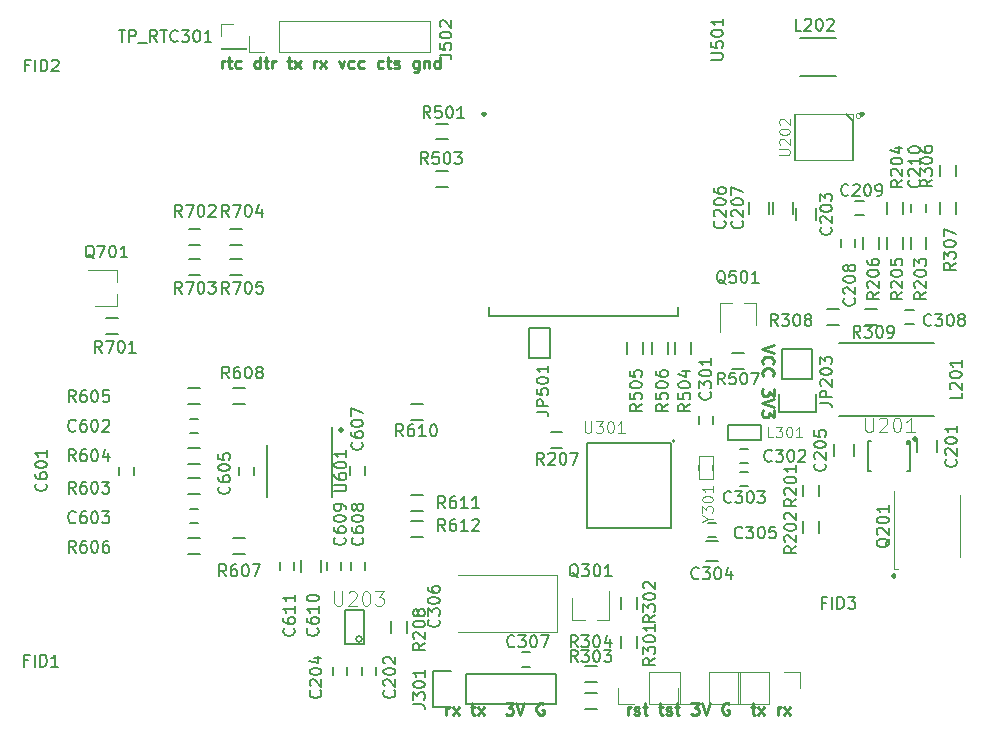
<source format=gto>
G04 #@! TF.FileFunction,Legend,Top*
%FSLAX46Y46*%
G04 Gerber Fmt 4.6, Leading zero omitted, Abs format (unit mm)*
G04 Created by KiCad (PCBNEW 4.0.7) date 2018 October 22, Monday 01:25:24*
%MOMM*%
%LPD*%
G01*
G04 APERTURE LIST*
%ADD10C,0.050000*%
%ADD11C,0.250000*%
%ADD12C,0.300000*%
%ADD13C,0.150000*%
%ADD14C,0.127000*%
%ADD15C,0.120000*%
%ADD16C,0.200000*%
%ADD17C,0.066040*%
%ADD18C,0.152400*%
%ADD19C,0.101600*%
%ADD20C,0.121920*%
G04 APERTURE END LIST*
D10*
D11*
X33035713Y-1952381D02*
X33035713Y-1285714D01*
X33035713Y-1476190D02*
X33083332Y-1380952D01*
X33130951Y-1333333D01*
X33226189Y-1285714D01*
X33321428Y-1285714D01*
X33559523Y-1952381D02*
X34083333Y-1285714D01*
X33559523Y-1285714D02*
X34083333Y-1952381D01*
X35083333Y-1285714D02*
X35464285Y-1285714D01*
X35226190Y-952381D02*
X35226190Y-1809524D01*
X35273809Y-1904762D01*
X35369047Y-1952381D01*
X35464285Y-1952381D01*
X35702381Y-1952381D02*
X36226191Y-1285714D01*
X35702381Y-1285714D02*
X36226191Y-1952381D01*
X38035715Y-952381D02*
X38654763Y-952381D01*
X38321429Y-1333333D01*
X38464287Y-1333333D01*
X38559525Y-1380952D01*
X38607144Y-1428571D01*
X38654763Y-1523810D01*
X38654763Y-1761905D01*
X38607144Y-1857143D01*
X38559525Y-1904762D01*
X38464287Y-1952381D01*
X38178572Y-1952381D01*
X38083334Y-1904762D01*
X38035715Y-1857143D01*
X38940477Y-952381D02*
X39273810Y-1952381D01*
X39607144Y-952381D01*
X41226192Y-1000000D02*
X41130954Y-952381D01*
X40988097Y-952381D01*
X40845239Y-1000000D01*
X40750001Y-1095238D01*
X40702382Y-1190476D01*
X40654763Y-1380952D01*
X40654763Y-1523810D01*
X40702382Y-1714286D01*
X40750001Y-1809524D01*
X40845239Y-1904762D01*
X40988097Y-1952381D01*
X41083335Y-1952381D01*
X41226192Y-1904762D01*
X41273811Y-1857143D01*
X41273811Y-1523810D01*
X41083335Y-1523810D01*
X60757619Y29350238D02*
X59757619Y29016905D01*
X60757619Y28683571D01*
X59852857Y27778809D02*
X59805238Y27826428D01*
X59757619Y27969285D01*
X59757619Y28064523D01*
X59805238Y28207381D01*
X59900476Y28302619D01*
X59995714Y28350238D01*
X60186190Y28397857D01*
X60329048Y28397857D01*
X60519524Y28350238D01*
X60614762Y28302619D01*
X60710000Y28207381D01*
X60757619Y28064523D01*
X60757619Y27969285D01*
X60710000Y27826428D01*
X60662381Y27778809D01*
X59852857Y26778809D02*
X59805238Y26826428D01*
X59757619Y26969285D01*
X59757619Y27064523D01*
X59805238Y27207381D01*
X59900476Y27302619D01*
X59995714Y27350238D01*
X60186190Y27397857D01*
X60329048Y27397857D01*
X60519524Y27350238D01*
X60614762Y27302619D01*
X60710000Y27207381D01*
X60757619Y27064523D01*
X60757619Y26969285D01*
X60710000Y26826428D01*
X60662381Y26778809D01*
X60757619Y25683571D02*
X60757619Y25064523D01*
X60376667Y25397857D01*
X60376667Y25254999D01*
X60329048Y25159761D01*
X60281429Y25112142D01*
X60186190Y25064523D01*
X59948095Y25064523D01*
X59852857Y25112142D01*
X59805238Y25159761D01*
X59757619Y25254999D01*
X59757619Y25540714D01*
X59805238Y25635952D01*
X59852857Y25683571D01*
X60757619Y24778809D02*
X59757619Y24445476D01*
X60757619Y24112142D01*
X60757619Y23874047D02*
X60757619Y23254999D01*
X60376667Y23588333D01*
X60376667Y23445475D01*
X60329048Y23350237D01*
X60281429Y23302618D01*
X60186190Y23254999D01*
X59948095Y23254999D01*
X59852857Y23302618D01*
X59805238Y23350237D01*
X59757619Y23445475D01*
X59757619Y23731190D01*
X59805238Y23826428D01*
X59852857Y23874047D01*
X14011902Y52797619D02*
X14011902Y53464286D01*
X14011902Y53273810D02*
X14059521Y53369048D01*
X14107140Y53416667D01*
X14202378Y53464286D01*
X14297617Y53464286D01*
X14488093Y53464286D02*
X14869045Y53464286D01*
X14630950Y53797619D02*
X14630950Y52940476D01*
X14678569Y52845238D01*
X14773807Y52797619D01*
X14869045Y52797619D01*
X15630951Y52845238D02*
X15535713Y52797619D01*
X15345236Y52797619D01*
X15249998Y52845238D01*
X15202379Y52892857D01*
X15154760Y52988095D01*
X15154760Y53273810D01*
X15202379Y53369048D01*
X15249998Y53416667D01*
X15345236Y53464286D01*
X15535713Y53464286D01*
X15630951Y53416667D01*
X17249999Y52797619D02*
X17249999Y53797619D01*
X17249999Y52845238D02*
X17154761Y52797619D01*
X16964284Y52797619D01*
X16869046Y52845238D01*
X16821427Y52892857D01*
X16773808Y52988095D01*
X16773808Y53273810D01*
X16821427Y53369048D01*
X16869046Y53416667D01*
X16964284Y53464286D01*
X17154761Y53464286D01*
X17249999Y53416667D01*
X17583332Y53464286D02*
X17964284Y53464286D01*
X17726189Y53797619D02*
X17726189Y52940476D01*
X17773808Y52845238D01*
X17869046Y52797619D01*
X17964284Y52797619D01*
X18297618Y52797619D02*
X18297618Y53464286D01*
X18297618Y53273810D02*
X18345237Y53369048D01*
X18392856Y53416667D01*
X18488094Y53464286D01*
X18583333Y53464286D01*
X19535714Y53464286D02*
X19916666Y53464286D01*
X19678571Y53797619D02*
X19678571Y52940476D01*
X19726190Y52845238D01*
X19821428Y52797619D01*
X19916666Y52797619D01*
X20154762Y52797619D02*
X20678572Y53464286D01*
X20154762Y53464286D02*
X20678572Y52797619D01*
X21821429Y52797619D02*
X21821429Y53464286D01*
X21821429Y53273810D02*
X21869048Y53369048D01*
X21916667Y53416667D01*
X22011905Y53464286D01*
X22107144Y53464286D01*
X22345239Y52797619D02*
X22869049Y53464286D01*
X22345239Y53464286D02*
X22869049Y52797619D01*
X23916668Y53464286D02*
X24154763Y52797619D01*
X24392859Y53464286D01*
X25202383Y52845238D02*
X25107145Y52797619D01*
X24916668Y52797619D01*
X24821430Y52845238D01*
X24773811Y52892857D01*
X24726192Y52988095D01*
X24726192Y53273810D01*
X24773811Y53369048D01*
X24821430Y53416667D01*
X24916668Y53464286D01*
X25107145Y53464286D01*
X25202383Y53416667D01*
X26059526Y52845238D02*
X25964288Y52797619D01*
X25773811Y52797619D01*
X25678573Y52845238D01*
X25630954Y52892857D01*
X25583335Y52988095D01*
X25583335Y53273810D01*
X25630954Y53369048D01*
X25678573Y53416667D01*
X25773811Y53464286D01*
X25964288Y53464286D01*
X26059526Y53416667D01*
X27678574Y52845238D02*
X27583336Y52797619D01*
X27392859Y52797619D01*
X27297621Y52845238D01*
X27250002Y52892857D01*
X27202383Y52988095D01*
X27202383Y53273810D01*
X27250002Y53369048D01*
X27297621Y53416667D01*
X27392859Y53464286D01*
X27583336Y53464286D01*
X27678574Y53416667D01*
X27964288Y53464286D02*
X28345240Y53464286D01*
X28107145Y53797619D02*
X28107145Y52940476D01*
X28154764Y52845238D01*
X28250002Y52797619D01*
X28345240Y52797619D01*
X28630955Y52845238D02*
X28726193Y52797619D01*
X28916669Y52797619D01*
X29011908Y52845238D01*
X29059527Y52940476D01*
X29059527Y52988095D01*
X29011908Y53083333D01*
X28916669Y53130952D01*
X28773812Y53130952D01*
X28678574Y53178571D01*
X28630955Y53273810D01*
X28630955Y53321429D01*
X28678574Y53416667D01*
X28773812Y53464286D01*
X28916669Y53464286D01*
X29011908Y53416667D01*
X30678575Y53464286D02*
X30678575Y52654762D01*
X30630956Y52559524D01*
X30583337Y52511905D01*
X30488098Y52464286D01*
X30345241Y52464286D01*
X30250003Y52511905D01*
X30678575Y52845238D02*
X30583337Y52797619D01*
X30392860Y52797619D01*
X30297622Y52845238D01*
X30250003Y52892857D01*
X30202384Y52988095D01*
X30202384Y53273810D01*
X30250003Y53369048D01*
X30297622Y53416667D01*
X30392860Y53464286D01*
X30583337Y53464286D01*
X30678575Y53416667D01*
X31154765Y53464286D02*
X31154765Y52797619D01*
X31154765Y53369048D02*
X31202384Y53416667D01*
X31297622Y53464286D01*
X31440480Y53464286D01*
X31535718Y53416667D01*
X31583337Y53321429D01*
X31583337Y52797619D01*
X32488099Y52797619D02*
X32488099Y53797619D01*
X32488099Y52845238D02*
X32392861Y52797619D01*
X32202384Y52797619D01*
X32107146Y52845238D01*
X32059527Y52892857D01*
X32011908Y52988095D01*
X32011908Y53273810D01*
X32059527Y53369048D01*
X32107146Y53416667D01*
X32202384Y53464286D01*
X32392861Y53464286D01*
X32488099Y53416667D01*
X48376664Y-1947381D02*
X48376664Y-1280714D01*
X48376664Y-1471190D02*
X48424283Y-1375952D01*
X48471902Y-1328333D01*
X48567140Y-1280714D01*
X48662379Y-1280714D01*
X48948093Y-1899762D02*
X49043331Y-1947381D01*
X49233807Y-1947381D01*
X49329046Y-1899762D01*
X49376665Y-1804524D01*
X49376665Y-1756905D01*
X49329046Y-1661667D01*
X49233807Y-1614048D01*
X49090950Y-1614048D01*
X48995712Y-1566429D01*
X48948093Y-1471190D01*
X48948093Y-1423571D01*
X48995712Y-1328333D01*
X49090950Y-1280714D01*
X49233807Y-1280714D01*
X49329046Y-1328333D01*
X49662379Y-1280714D02*
X50043331Y-1280714D01*
X49805236Y-947381D02*
X49805236Y-1804524D01*
X49852855Y-1899762D01*
X49948093Y-1947381D01*
X50043331Y-1947381D01*
X50995713Y-1280714D02*
X51376665Y-1280714D01*
X51138570Y-947381D02*
X51138570Y-1804524D01*
X51186189Y-1899762D01*
X51281427Y-1947381D01*
X51376665Y-1947381D01*
X51662380Y-1899762D02*
X51757618Y-1947381D01*
X51948094Y-1947381D01*
X52043333Y-1899762D01*
X52090952Y-1804524D01*
X52090952Y-1756905D01*
X52043333Y-1661667D01*
X51948094Y-1614048D01*
X51805237Y-1614048D01*
X51709999Y-1566429D01*
X51662380Y-1471190D01*
X51662380Y-1423571D01*
X51709999Y-1328333D01*
X51805237Y-1280714D01*
X51948094Y-1280714D01*
X52043333Y-1328333D01*
X52376666Y-1280714D02*
X52757618Y-1280714D01*
X52519523Y-947381D02*
X52519523Y-1804524D01*
X52567142Y-1899762D01*
X52662380Y-1947381D01*
X52757618Y-1947381D01*
X53757619Y-947381D02*
X54376667Y-947381D01*
X54043333Y-1328333D01*
X54186191Y-1328333D01*
X54281429Y-1375952D01*
X54329048Y-1423571D01*
X54376667Y-1518810D01*
X54376667Y-1756905D01*
X54329048Y-1852143D01*
X54281429Y-1899762D01*
X54186191Y-1947381D01*
X53900476Y-1947381D01*
X53805238Y-1899762D01*
X53757619Y-1852143D01*
X54662381Y-947381D02*
X54995714Y-1947381D01*
X55329048Y-947381D01*
X56948096Y-995000D02*
X56852858Y-947381D01*
X56710001Y-947381D01*
X56567143Y-995000D01*
X56471905Y-1090238D01*
X56424286Y-1185476D01*
X56376667Y-1375952D01*
X56376667Y-1518810D01*
X56424286Y-1709286D01*
X56471905Y-1804524D01*
X56567143Y-1899762D01*
X56710001Y-1947381D01*
X56805239Y-1947381D01*
X56948096Y-1899762D01*
X56995715Y-1852143D01*
X56995715Y-1518810D01*
X56805239Y-1518810D01*
X58805239Y-1280714D02*
X59186191Y-1280714D01*
X58948096Y-947381D02*
X58948096Y-1804524D01*
X58995715Y-1899762D01*
X59090953Y-1947381D01*
X59186191Y-1947381D01*
X59424287Y-1947381D02*
X59948097Y-1280714D01*
X59424287Y-1280714D02*
X59948097Y-1947381D01*
X61090954Y-1947381D02*
X61090954Y-1280714D01*
X61090954Y-1471190D02*
X61138573Y-1375952D01*
X61186192Y-1328333D01*
X61281430Y-1280714D01*
X61376669Y-1280714D01*
X61614764Y-1947381D02*
X62138574Y-1280714D01*
X61614764Y-1280714D02*
X62138574Y-1947381D01*
D12*
X36210000Y48969286D02*
X36281428Y48897857D01*
X36210000Y48826429D01*
X36138571Y48897857D01*
X36210000Y48969286D01*
X36210000Y48826429D01*
X70890000Y9919286D02*
X70961428Y9847857D01*
X70890000Y9776429D01*
X70818571Y9847857D01*
X70890000Y9919286D01*
X70890000Y9776429D01*
X24030714Y22210000D02*
X24102143Y22281428D01*
X24173571Y22210000D01*
X24102143Y22138571D01*
X24030714Y22210000D01*
X24173571Y22210000D01*
X68210000Y48969286D02*
X68281428Y48897857D01*
X68210000Y48826429D01*
X68138571Y48897857D01*
X68210000Y48969286D01*
X68210000Y48826429D01*
X72710000Y21469286D02*
X72781428Y21397857D01*
X72710000Y21326429D01*
X72638571Y21397857D01*
X72710000Y21469286D01*
X72710000Y21326429D01*
D13*
X54400000Y22650000D02*
X54400000Y23350000D01*
X55600000Y23350000D02*
X55600000Y22650000D01*
X57900000Y20600000D02*
X58600000Y20600000D01*
X58600000Y19400000D02*
X57900000Y19400000D01*
X57900000Y18600000D02*
X58600000Y18600000D01*
X58600000Y17400000D02*
X57900000Y17400000D01*
X55850000Y13105000D02*
X55150000Y13105000D01*
X55150000Y14305000D02*
X55850000Y14305000D01*
X39400000Y3350000D02*
X40100000Y3350000D01*
X40100000Y2150000D02*
X39400000Y2150000D01*
X71900000Y32350000D02*
X72600000Y32350000D01*
X72600000Y31150000D02*
X71900000Y31150000D01*
X6540000Y19040000D02*
X6540000Y18340000D01*
X5340000Y18340000D02*
X5340000Y19040000D01*
X11305000Y23100000D02*
X12005000Y23100000D01*
X12005000Y21900000D02*
X11305000Y21900000D01*
X11305000Y15480000D02*
X12005000Y15480000D01*
X12005000Y14280000D02*
X11305000Y14280000D01*
X15500000Y18340000D02*
X15500000Y19040000D01*
X16700000Y19040000D02*
X16700000Y18340000D01*
X24900000Y18400000D02*
X24900000Y19100000D01*
X26100000Y19100000D02*
X26100000Y18400000D01*
X26145000Y11040000D02*
X26145000Y10340000D01*
X24945000Y10340000D02*
X24945000Y11040000D01*
X22945000Y10340000D02*
X22945000Y11040000D01*
X24145000Y11040000D02*
X24145000Y10340000D01*
X18945000Y10340000D02*
X18945000Y11040000D01*
X20145000Y11040000D02*
X20145000Y10340000D01*
X61480000Y26520000D02*
X61480000Y29060000D01*
X61200000Y23700000D02*
X61200000Y25250000D01*
X61480000Y26520000D02*
X64020000Y26520000D01*
X64300000Y25250000D02*
X64300000Y23700000D01*
X64300000Y23700000D02*
X61200000Y23700000D01*
X64020000Y26520000D02*
X64020000Y29060000D01*
X64020000Y29060000D02*
X61480000Y29060000D01*
D14*
X56865000Y22635000D02*
X59659000Y22635000D01*
X59659000Y22635000D02*
X59659000Y21365000D01*
X59659000Y21365000D02*
X56865000Y21365000D01*
X56865000Y21365000D02*
X56865000Y22635000D01*
D15*
X60330000Y1660000D02*
X57730000Y1660000D01*
X57730000Y1660000D02*
X57730000Y-1000000D01*
X57730000Y-1000000D02*
X60330000Y-1000000D01*
X60330000Y-1000000D02*
X60330000Y1660000D01*
X61600000Y1660000D02*
X62930000Y1660000D01*
X62930000Y1660000D02*
X62930000Y330000D01*
X50170000Y-1000000D02*
X52770000Y-1000000D01*
X52770000Y-1000000D02*
X52770000Y1660000D01*
X52770000Y1660000D02*
X50170000Y1660000D01*
X50170000Y1660000D02*
X50170000Y-1000000D01*
X48900000Y-1000000D02*
X47570000Y-1000000D01*
X47570000Y-1000000D02*
X47570000Y330000D01*
D13*
X64565000Y17555000D02*
X64565000Y16555000D01*
X63215000Y16555000D02*
X63215000Y17555000D01*
X64565000Y14455000D02*
X64565000Y13455000D01*
X63215000Y13455000D02*
X63215000Y14455000D01*
X72325000Y37500000D02*
X72325000Y38500000D01*
X73675000Y38500000D02*
X73675000Y37500000D01*
X70325000Y40500000D02*
X70325000Y41500000D01*
X71675000Y41500000D02*
X71675000Y40500000D01*
X71675000Y38500000D02*
X71675000Y37500000D01*
X70325000Y37500000D02*
X70325000Y38500000D01*
X49165000Y4705000D02*
X49165000Y3705000D01*
X47815000Y3705000D02*
X47815000Y4705000D01*
X76165000Y44655000D02*
X76165000Y43655000D01*
X74815000Y43655000D02*
X74815000Y44655000D01*
X74815000Y40455000D02*
X74815000Y41455000D01*
X76165000Y41455000D02*
X76165000Y40455000D01*
X66250000Y31075000D02*
X65250000Y31075000D01*
X65250000Y32425000D02*
X66250000Y32425000D01*
X69500000Y31075000D02*
X68500000Y31075000D01*
X68500000Y32425000D02*
X69500000Y32425000D01*
X33190000Y46780000D02*
X32190000Y46780000D01*
X32190000Y48130000D02*
X33190000Y48130000D01*
X11155000Y18095000D02*
X12155000Y18095000D01*
X12155000Y16745000D02*
X11155000Y16745000D01*
X11155000Y20635000D02*
X12155000Y20635000D01*
X12155000Y19285000D02*
X11155000Y19285000D01*
X11155000Y25715000D02*
X12155000Y25715000D01*
X12155000Y24365000D02*
X11155000Y24365000D01*
X11155000Y13015000D02*
X12155000Y13015000D01*
X12155000Y11665000D02*
X11155000Y11665000D01*
X14965000Y13015000D02*
X15965000Y13015000D01*
X15965000Y11665000D02*
X14965000Y11665000D01*
X14965000Y25715000D02*
X15965000Y25715000D01*
X15965000Y24365000D02*
X14965000Y24365000D01*
X30045000Y24365000D02*
X31045000Y24365000D01*
X31045000Y23015000D02*
X30045000Y23015000D01*
X30045000Y16685000D02*
X31045000Y16685000D01*
X31045000Y15335000D02*
X30045000Y15335000D01*
X30045000Y14485000D02*
X31045000Y14485000D01*
X31045000Y13135000D02*
X30045000Y13135000D01*
X4200000Y31675000D02*
X5200000Y31675000D01*
X5200000Y30325000D02*
X4200000Y30325000D01*
X11200000Y39175000D02*
X12200000Y39175000D01*
X12200000Y37825000D02*
X11200000Y37825000D01*
X12200000Y35325000D02*
X11200000Y35325000D01*
X11200000Y36675000D02*
X12200000Y36675000D01*
X14700000Y39175000D02*
X15700000Y39175000D01*
X15700000Y37825000D02*
X14700000Y37825000D01*
X15700000Y35325000D02*
X14700000Y35325000D01*
X14700000Y36675000D02*
X15700000Y36675000D01*
D14*
X44925000Y21075000D02*
X52075000Y21075000D01*
X52075000Y21075000D02*
X52075000Y13925000D01*
X52075000Y13925000D02*
X44925000Y13925000D01*
X44925000Y13925000D02*
X44925000Y21075000D01*
D16*
X52350000Y21250000D02*
G75*
G03X52350000Y21250000I-100000J0D01*
G01*
D13*
X17820000Y20890000D02*
X17820000Y16490000D01*
X23345000Y22465000D02*
X23345000Y16490000D01*
D17*
X54400560Y19998220D02*
X54400560Y18001780D01*
X54400560Y18001780D02*
X55599440Y18001780D01*
X55599440Y19998220D02*
X55599440Y18001780D01*
X54400560Y19998220D02*
X55599440Y19998220D01*
D14*
X55599440Y19198120D02*
X55599440Y18801880D01*
X55599440Y19198120D02*
X55599440Y18801880D01*
X54400560Y19198120D02*
X54400560Y18801880D01*
D15*
X55250000Y-1000000D02*
X57850000Y-1000000D01*
X57850000Y-1000000D02*
X57850000Y1660000D01*
X57850000Y1660000D02*
X55250000Y1660000D01*
X55250000Y1660000D02*
X55250000Y-1000000D01*
X53980000Y-1000000D02*
X52650000Y-1000000D01*
X52650000Y-1000000D02*
X52650000Y330000D01*
D13*
X66400000Y37650000D02*
X66400000Y38350000D01*
X67600000Y38350000D02*
X67600000Y37650000D01*
X68350000Y40400000D02*
X67650000Y40400000D01*
X67650000Y41600000D02*
X68350000Y41600000D01*
X72400000Y40650000D02*
X72400000Y41350000D01*
X73600000Y41350000D02*
X73600000Y40650000D01*
X74290000Y23355000D02*
X66290000Y23355000D01*
X74290000Y29555000D02*
X66290000Y29555000D01*
X66000000Y52150000D02*
X63000000Y52150000D01*
X66000000Y55350000D02*
X63000000Y55350000D01*
X69675000Y38500000D02*
X69675000Y37500000D01*
X68325000Y37500000D02*
X68325000Y38500000D01*
D17*
X67463800Y48955800D02*
X62536200Y48955800D01*
X62536200Y48955800D02*
X62536200Y45044200D01*
X67463800Y45044200D02*
X62536200Y45044200D01*
X67463800Y48955800D02*
X67463800Y45044200D01*
D14*
X62536200Y45044200D02*
X62536200Y48955800D01*
X66826260Y48955800D02*
X67463800Y48318260D01*
X67463800Y48318260D02*
X67463800Y45044200D01*
D10*
X68136526Y48778000D02*
G75*
G03X68136526Y48778000I-215526J0D01*
G01*
D15*
X31640000Y54170000D02*
X31640000Y56830000D01*
X18880000Y54170000D02*
X31640000Y54170000D01*
X18880000Y56830000D02*
X31640000Y56830000D01*
X18880000Y54170000D02*
X18880000Y56830000D01*
X17610000Y54170000D02*
X16280000Y54170000D01*
X16280000Y54170000D02*
X16280000Y55500000D01*
D13*
X33190000Y42780000D02*
X32190000Y42780000D01*
X32190000Y44130000D02*
X33190000Y44130000D01*
X53765000Y29655000D02*
X53765000Y28655000D01*
X52415000Y28655000D02*
X52415000Y29655000D01*
X49665000Y29645000D02*
X49665000Y28645000D01*
X48315000Y28645000D02*
X48315000Y29645000D01*
X51760000Y29645000D02*
X51760000Y28645000D01*
X50410000Y28645000D02*
X50410000Y29645000D01*
D18*
X36674000Y32596000D02*
X36674000Y31834000D01*
X36674000Y31834000D02*
X52676000Y31834000D01*
X52676000Y31834000D02*
X52676000Y32596000D01*
D13*
X41829000Y28300000D02*
X41829000Y30840000D01*
X40051000Y30840000D02*
X40051000Y28300000D01*
X40051000Y30840000D02*
X41829000Y30840000D01*
X41829000Y28300000D02*
X40051000Y28300000D01*
D15*
X70890000Y10455000D02*
X71290000Y10455000D01*
X70890000Y17055000D02*
X70890000Y10455000D01*
X76490000Y16655000D02*
X76490000Y11455000D01*
D14*
X72250000Y18750000D02*
X72250000Y21000000D01*
X72250000Y21000000D02*
X72250000Y21250000D01*
X72250000Y21250000D02*
X72020000Y21250000D01*
X68980000Y21250000D02*
X68750000Y21250000D01*
X68730000Y21250000D02*
X68730000Y18750000D01*
X68730000Y18750000D02*
X68960000Y18750000D01*
X72020000Y18750000D02*
X72250000Y18750000D01*
X72250000Y21000000D02*
X72000000Y21000000D01*
X72000000Y21250000D02*
X72000000Y21000000D01*
X72250000Y21100000D02*
X72000000Y21100000D01*
X72250000Y21200000D02*
X72000000Y21200000D01*
D15*
X44750000Y6110000D02*
X43700000Y6110000D01*
X43700000Y6110000D02*
X43700000Y7960000D01*
X46750000Y6110000D02*
X45750000Y6110000D01*
X46760000Y6130000D02*
X46760000Y8560000D01*
X58210000Y32955000D02*
X59260000Y32955000D01*
X59260000Y32955000D02*
X59260000Y31105000D01*
X56210000Y32955000D02*
X57210000Y32955000D01*
X56200000Y32935000D02*
X56200000Y30505000D01*
X5145000Y33710000D02*
X5145000Y32660000D01*
X5145000Y32660000D02*
X3295000Y32660000D01*
X5145000Y35710000D02*
X5145000Y34710000D01*
X5125000Y35720000D02*
X2695000Y35720000D01*
D13*
X74540000Y20305000D02*
X74540000Y21305000D01*
X72840000Y21305000D02*
X72840000Y20305000D01*
X64350000Y39955000D02*
X64350000Y40955000D01*
X62650000Y40955000D02*
X62650000Y39955000D01*
X67540000Y19955000D02*
X67540000Y20955000D01*
X65840000Y20955000D02*
X65840000Y19955000D01*
X60350000Y40500000D02*
X60350000Y41500000D01*
X58650000Y41500000D02*
X58650000Y40500000D01*
X62350000Y40500000D02*
X62350000Y41500000D01*
X60650000Y41500000D02*
X60650000Y40500000D01*
X55000000Y11105000D02*
X56000000Y11105000D01*
X56000000Y12805000D02*
X55000000Y12805000D01*
D15*
X42385000Y5105000D02*
X33985000Y5105000D01*
X42385000Y9905000D02*
X33985000Y9905000D01*
X42385000Y5105000D02*
X42385000Y9905000D01*
D13*
X20695000Y11190000D02*
X20695000Y10190000D01*
X22395000Y10190000D02*
X22395000Y11190000D01*
X41860000Y21980000D02*
X42860000Y21980000D01*
X42860000Y20630000D02*
X41860000Y20630000D01*
X47825000Y7000000D02*
X47825000Y8000000D01*
X49175000Y8000000D02*
X49175000Y7000000D01*
X57210000Y28680000D02*
X58210000Y28680000D01*
X58210000Y27330000D02*
X57210000Y27330000D01*
X34690000Y-1020000D02*
X42310000Y-1020000D01*
X34690000Y1520000D02*
X42310000Y1520000D01*
X31870000Y1800000D02*
X33420000Y1800000D01*
X42310000Y-1020000D02*
X42310000Y1520000D01*
X34690000Y1520000D02*
X34690000Y-1020000D01*
X33420000Y-1300000D02*
X31870000Y-1300000D01*
X31870000Y-1300000D02*
X31870000Y1800000D01*
D15*
X13940000Y54500000D02*
X13940000Y54440000D01*
X13940000Y54440000D02*
X16060000Y54440000D01*
X16060000Y54440000D02*
X16060000Y54500000D01*
X16060000Y54500000D02*
X13940000Y54500000D01*
X13940000Y55500000D02*
X13940000Y56560000D01*
X13940000Y56560000D02*
X15000000Y56560000D01*
D13*
X44750000Y-75000D02*
X45750000Y-75000D01*
X45750000Y-1425000D02*
X44750000Y-1425000D01*
X44750000Y2175000D02*
X45750000Y2175000D01*
X45750000Y825000D02*
X44750000Y825000D01*
X27100000Y2100000D02*
X27100000Y1400000D01*
X25900000Y1400000D02*
X25900000Y2100000D01*
X24600000Y2100000D02*
X24600000Y1400000D01*
X23400000Y1400000D02*
X23400000Y2100000D01*
X29675000Y6000000D02*
X29675000Y5000000D01*
X28325000Y5000000D02*
X28325000Y6000000D01*
D14*
X24450000Y4050000D02*
X26050000Y4050000D01*
X26050000Y4050000D02*
X26050000Y6950000D01*
X26050000Y6950000D02*
X24450000Y6950000D01*
X24450000Y6950000D02*
X24450000Y4050000D01*
X25885000Y4484000D02*
G75*
G03X25885000Y4484000I-254000J0D01*
G01*
D13*
X65138572Y7576429D02*
X64805238Y7576429D01*
X64805238Y7052619D02*
X64805238Y8052619D01*
X65281429Y8052619D01*
X65662381Y7052619D02*
X65662381Y8052619D01*
X66138571Y7052619D02*
X66138571Y8052619D01*
X66376666Y8052619D01*
X66519524Y8005000D01*
X66614762Y7909762D01*
X66662381Y7814524D01*
X66710000Y7624048D01*
X66710000Y7481190D01*
X66662381Y7290714D01*
X66614762Y7195476D01*
X66519524Y7100238D01*
X66376666Y7052619D01*
X66138571Y7052619D01*
X67043333Y8052619D02*
X67662381Y8052619D01*
X67329047Y7671667D01*
X67471905Y7671667D01*
X67567143Y7624048D01*
X67614762Y7576429D01*
X67662381Y7481190D01*
X67662381Y7243095D01*
X67614762Y7147857D01*
X67567143Y7100238D01*
X67471905Y7052619D01*
X67186190Y7052619D01*
X67090952Y7100238D01*
X67043333Y7147857D01*
X-2321428Y53071429D02*
X-2654762Y53071429D01*
X-2654762Y52547619D02*
X-2654762Y53547619D01*
X-2178571Y53547619D01*
X-1797619Y52547619D02*
X-1797619Y53547619D01*
X-1321429Y52547619D02*
X-1321429Y53547619D01*
X-1083334Y53547619D01*
X-940476Y53500000D01*
X-845238Y53404762D01*
X-797619Y53309524D01*
X-750000Y53119048D01*
X-750000Y52976190D01*
X-797619Y52785714D01*
X-845238Y52690476D01*
X-940476Y52595238D01*
X-1083334Y52547619D01*
X-1321429Y52547619D01*
X-369048Y53452381D02*
X-321429Y53500000D01*
X-226191Y53547619D01*
X11905Y53547619D01*
X107143Y53500000D01*
X154762Y53452381D01*
X202381Y53357143D01*
X202381Y53261905D01*
X154762Y53119048D01*
X-416667Y52547619D01*
X202381Y52547619D01*
X55357143Y25380953D02*
X55404762Y25333334D01*
X55452381Y25190477D01*
X55452381Y25095239D01*
X55404762Y24952381D01*
X55309524Y24857143D01*
X55214286Y24809524D01*
X55023810Y24761905D01*
X54880952Y24761905D01*
X54690476Y24809524D01*
X54595238Y24857143D01*
X54500000Y24952381D01*
X54452381Y25095239D01*
X54452381Y25190477D01*
X54500000Y25333334D01*
X54547619Y25380953D01*
X54452381Y25714286D02*
X54452381Y26333334D01*
X54833333Y26000000D01*
X54833333Y26142858D01*
X54880952Y26238096D01*
X54928571Y26285715D01*
X55023810Y26333334D01*
X55261905Y26333334D01*
X55357143Y26285715D01*
X55404762Y26238096D01*
X55452381Y26142858D01*
X55452381Y25857143D01*
X55404762Y25761905D01*
X55357143Y25714286D01*
X54452381Y26952381D02*
X54452381Y27047620D01*
X54500000Y27142858D01*
X54547619Y27190477D01*
X54642857Y27238096D01*
X54833333Y27285715D01*
X55071429Y27285715D01*
X55261905Y27238096D01*
X55357143Y27190477D01*
X55404762Y27142858D01*
X55452381Y27047620D01*
X55452381Y26952381D01*
X55404762Y26857143D01*
X55357143Y26809524D01*
X55261905Y26761905D01*
X55071429Y26714286D01*
X54833333Y26714286D01*
X54642857Y26761905D01*
X54547619Y26809524D01*
X54500000Y26857143D01*
X54452381Y26952381D01*
X55452381Y28238096D02*
X55452381Y27666667D01*
X55452381Y27952381D02*
X54452381Y27952381D01*
X54595238Y27857143D01*
X54690476Y27761905D01*
X54738095Y27666667D01*
X60570953Y19597857D02*
X60523334Y19550238D01*
X60380477Y19502619D01*
X60285239Y19502619D01*
X60142381Y19550238D01*
X60047143Y19645476D01*
X59999524Y19740714D01*
X59951905Y19931190D01*
X59951905Y20074048D01*
X59999524Y20264524D01*
X60047143Y20359762D01*
X60142381Y20455000D01*
X60285239Y20502619D01*
X60380477Y20502619D01*
X60523334Y20455000D01*
X60570953Y20407381D01*
X60904286Y20502619D02*
X61523334Y20502619D01*
X61190000Y20121667D01*
X61332858Y20121667D01*
X61428096Y20074048D01*
X61475715Y20026429D01*
X61523334Y19931190D01*
X61523334Y19693095D01*
X61475715Y19597857D01*
X61428096Y19550238D01*
X61332858Y19502619D01*
X61047143Y19502619D01*
X60951905Y19550238D01*
X60904286Y19597857D01*
X62142381Y20502619D02*
X62237620Y20502619D01*
X62332858Y20455000D01*
X62380477Y20407381D01*
X62428096Y20312143D01*
X62475715Y20121667D01*
X62475715Y19883571D01*
X62428096Y19693095D01*
X62380477Y19597857D01*
X62332858Y19550238D01*
X62237620Y19502619D01*
X62142381Y19502619D01*
X62047143Y19550238D01*
X61999524Y19597857D01*
X61951905Y19693095D01*
X61904286Y19883571D01*
X61904286Y20121667D01*
X61951905Y20312143D01*
X61999524Y20407381D01*
X62047143Y20455000D01*
X62142381Y20502619D01*
X62856667Y20407381D02*
X62904286Y20455000D01*
X62999524Y20502619D01*
X63237620Y20502619D01*
X63332858Y20455000D01*
X63380477Y20407381D01*
X63428096Y20312143D01*
X63428096Y20216905D01*
X63380477Y20074048D01*
X62809048Y19502619D01*
X63428096Y19502619D01*
X57130953Y16097857D02*
X57083334Y16050238D01*
X56940477Y16002619D01*
X56845239Y16002619D01*
X56702381Y16050238D01*
X56607143Y16145476D01*
X56559524Y16240714D01*
X56511905Y16431190D01*
X56511905Y16574048D01*
X56559524Y16764524D01*
X56607143Y16859762D01*
X56702381Y16955000D01*
X56845239Y17002619D01*
X56940477Y17002619D01*
X57083334Y16955000D01*
X57130953Y16907381D01*
X57464286Y17002619D02*
X58083334Y17002619D01*
X57750000Y16621667D01*
X57892858Y16621667D01*
X57988096Y16574048D01*
X58035715Y16526429D01*
X58083334Y16431190D01*
X58083334Y16193095D01*
X58035715Y16097857D01*
X57988096Y16050238D01*
X57892858Y16002619D01*
X57607143Y16002619D01*
X57511905Y16050238D01*
X57464286Y16097857D01*
X58702381Y17002619D02*
X58797620Y17002619D01*
X58892858Y16955000D01*
X58940477Y16907381D01*
X58988096Y16812143D01*
X59035715Y16621667D01*
X59035715Y16383571D01*
X58988096Y16193095D01*
X58940477Y16097857D01*
X58892858Y16050238D01*
X58797620Y16002619D01*
X58702381Y16002619D01*
X58607143Y16050238D01*
X58559524Y16097857D01*
X58511905Y16193095D01*
X58464286Y16383571D01*
X58464286Y16621667D01*
X58511905Y16812143D01*
X58559524Y16907381D01*
X58607143Y16955000D01*
X58702381Y17002619D01*
X59369048Y17002619D02*
X59988096Y17002619D01*
X59654762Y16621667D01*
X59797620Y16621667D01*
X59892858Y16574048D01*
X59940477Y16526429D01*
X59988096Y16431190D01*
X59988096Y16193095D01*
X59940477Y16097857D01*
X59892858Y16050238D01*
X59797620Y16002619D01*
X59511905Y16002619D01*
X59416667Y16050238D01*
X59369048Y16097857D01*
X58070953Y13097857D02*
X58023334Y13050238D01*
X57880477Y13002619D01*
X57785239Y13002619D01*
X57642381Y13050238D01*
X57547143Y13145476D01*
X57499524Y13240714D01*
X57451905Y13431190D01*
X57451905Y13574048D01*
X57499524Y13764524D01*
X57547143Y13859762D01*
X57642381Y13955000D01*
X57785239Y14002619D01*
X57880477Y14002619D01*
X58023334Y13955000D01*
X58070953Y13907381D01*
X58404286Y14002619D02*
X59023334Y14002619D01*
X58690000Y13621667D01*
X58832858Y13621667D01*
X58928096Y13574048D01*
X58975715Y13526429D01*
X59023334Y13431190D01*
X59023334Y13193095D01*
X58975715Y13097857D01*
X58928096Y13050238D01*
X58832858Y13002619D01*
X58547143Y13002619D01*
X58451905Y13050238D01*
X58404286Y13097857D01*
X59642381Y14002619D02*
X59737620Y14002619D01*
X59832858Y13955000D01*
X59880477Y13907381D01*
X59928096Y13812143D01*
X59975715Y13621667D01*
X59975715Y13383571D01*
X59928096Y13193095D01*
X59880477Y13097857D01*
X59832858Y13050238D01*
X59737620Y13002619D01*
X59642381Y13002619D01*
X59547143Y13050238D01*
X59499524Y13097857D01*
X59451905Y13193095D01*
X59404286Y13383571D01*
X59404286Y13621667D01*
X59451905Y13812143D01*
X59499524Y13907381D01*
X59547143Y13955000D01*
X59642381Y14002619D01*
X60880477Y14002619D02*
X60404286Y14002619D01*
X60356667Y13526429D01*
X60404286Y13574048D01*
X60499524Y13621667D01*
X60737620Y13621667D01*
X60832858Y13574048D01*
X60880477Y13526429D01*
X60928096Y13431190D01*
X60928096Y13193095D01*
X60880477Y13097857D01*
X60832858Y13050238D01*
X60737620Y13002619D01*
X60499524Y13002619D01*
X60404286Y13050238D01*
X60356667Y13097857D01*
X38780953Y3892857D02*
X38733334Y3845238D01*
X38590477Y3797619D01*
X38495239Y3797619D01*
X38352381Y3845238D01*
X38257143Y3940476D01*
X38209524Y4035714D01*
X38161905Y4226190D01*
X38161905Y4369048D01*
X38209524Y4559524D01*
X38257143Y4654762D01*
X38352381Y4750000D01*
X38495239Y4797619D01*
X38590477Y4797619D01*
X38733334Y4750000D01*
X38780953Y4702381D01*
X39114286Y4797619D02*
X39733334Y4797619D01*
X39400000Y4416667D01*
X39542858Y4416667D01*
X39638096Y4369048D01*
X39685715Y4321429D01*
X39733334Y4226190D01*
X39733334Y3988095D01*
X39685715Y3892857D01*
X39638096Y3845238D01*
X39542858Y3797619D01*
X39257143Y3797619D01*
X39161905Y3845238D01*
X39114286Y3892857D01*
X40352381Y4797619D02*
X40447620Y4797619D01*
X40542858Y4750000D01*
X40590477Y4702381D01*
X40638096Y4607143D01*
X40685715Y4416667D01*
X40685715Y4178571D01*
X40638096Y3988095D01*
X40590477Y3892857D01*
X40542858Y3845238D01*
X40447620Y3797619D01*
X40352381Y3797619D01*
X40257143Y3845238D01*
X40209524Y3892857D01*
X40161905Y3988095D01*
X40114286Y4178571D01*
X40114286Y4416667D01*
X40161905Y4607143D01*
X40209524Y4702381D01*
X40257143Y4750000D01*
X40352381Y4797619D01*
X41019048Y4797619D02*
X41685715Y4797619D01*
X41257143Y3797619D01*
X74070953Y31097857D02*
X74023334Y31050238D01*
X73880477Y31002619D01*
X73785239Y31002619D01*
X73642381Y31050238D01*
X73547143Y31145476D01*
X73499524Y31240714D01*
X73451905Y31431190D01*
X73451905Y31574048D01*
X73499524Y31764524D01*
X73547143Y31859762D01*
X73642381Y31955000D01*
X73785239Y32002619D01*
X73880477Y32002619D01*
X74023334Y31955000D01*
X74070953Y31907381D01*
X74404286Y32002619D02*
X75023334Y32002619D01*
X74690000Y31621667D01*
X74832858Y31621667D01*
X74928096Y31574048D01*
X74975715Y31526429D01*
X75023334Y31431190D01*
X75023334Y31193095D01*
X74975715Y31097857D01*
X74928096Y31050238D01*
X74832858Y31002619D01*
X74547143Y31002619D01*
X74451905Y31050238D01*
X74404286Y31097857D01*
X75642381Y32002619D02*
X75737620Y32002619D01*
X75832858Y31955000D01*
X75880477Y31907381D01*
X75928096Y31812143D01*
X75975715Y31621667D01*
X75975715Y31383571D01*
X75928096Y31193095D01*
X75880477Y31097857D01*
X75832858Y31050238D01*
X75737620Y31002619D01*
X75642381Y31002619D01*
X75547143Y31050238D01*
X75499524Y31097857D01*
X75451905Y31193095D01*
X75404286Y31383571D01*
X75404286Y31621667D01*
X75451905Y31812143D01*
X75499524Y31907381D01*
X75547143Y31955000D01*
X75642381Y32002619D01*
X76547143Y31574048D02*
X76451905Y31621667D01*
X76404286Y31669286D01*
X76356667Y31764524D01*
X76356667Y31812143D01*
X76404286Y31907381D01*
X76451905Y31955000D01*
X76547143Y32002619D01*
X76737620Y32002619D01*
X76832858Y31955000D01*
X76880477Y31907381D01*
X76928096Y31812143D01*
X76928096Y31764524D01*
X76880477Y31669286D01*
X76832858Y31621667D01*
X76737620Y31574048D01*
X76547143Y31574048D01*
X76451905Y31526429D01*
X76404286Y31478810D01*
X76356667Y31383571D01*
X76356667Y31193095D01*
X76404286Y31097857D01*
X76451905Y31050238D01*
X76547143Y31002619D01*
X76737620Y31002619D01*
X76832858Y31050238D01*
X76880477Y31097857D01*
X76928096Y31193095D01*
X76928096Y31383571D01*
X76880477Y31478810D01*
X76832858Y31526429D01*
X76737620Y31574048D01*
X-892857Y17630953D02*
X-845238Y17583334D01*
X-797619Y17440477D01*
X-797619Y17345239D01*
X-845238Y17202381D01*
X-940476Y17107143D01*
X-1035714Y17059524D01*
X-1226190Y17011905D01*
X-1369048Y17011905D01*
X-1559524Y17059524D01*
X-1654762Y17107143D01*
X-1750000Y17202381D01*
X-1797619Y17345239D01*
X-1797619Y17440477D01*
X-1750000Y17583334D01*
X-1702381Y17630953D01*
X-1797619Y18488096D02*
X-1797619Y18297619D01*
X-1750000Y18202381D01*
X-1702381Y18154762D01*
X-1559524Y18059524D01*
X-1369048Y18011905D01*
X-988095Y18011905D01*
X-892857Y18059524D01*
X-845238Y18107143D01*
X-797619Y18202381D01*
X-797619Y18392858D01*
X-845238Y18488096D01*
X-892857Y18535715D01*
X-988095Y18583334D01*
X-1226190Y18583334D01*
X-1321429Y18535715D01*
X-1369048Y18488096D01*
X-1416667Y18392858D01*
X-1416667Y18202381D01*
X-1369048Y18107143D01*
X-1321429Y18059524D01*
X-1226190Y18011905D01*
X-1797619Y19202381D02*
X-1797619Y19297620D01*
X-1750000Y19392858D01*
X-1702381Y19440477D01*
X-1607143Y19488096D01*
X-1416667Y19535715D01*
X-1178571Y19535715D01*
X-988095Y19488096D01*
X-892857Y19440477D01*
X-845238Y19392858D01*
X-797619Y19297620D01*
X-797619Y19202381D01*
X-845238Y19107143D01*
X-892857Y19059524D01*
X-988095Y19011905D01*
X-1178571Y18964286D01*
X-1416667Y18964286D01*
X-1607143Y19011905D01*
X-1702381Y19059524D01*
X-1750000Y19107143D01*
X-1797619Y19202381D01*
X-797619Y20488096D02*
X-797619Y19916667D01*
X-797619Y20202381D02*
X-1797619Y20202381D01*
X-1654762Y20107143D01*
X-1559524Y20011905D01*
X-1511905Y19916667D01*
X1630953Y22142857D02*
X1583334Y22095238D01*
X1440477Y22047619D01*
X1345239Y22047619D01*
X1202381Y22095238D01*
X1107143Y22190476D01*
X1059524Y22285714D01*
X1011905Y22476190D01*
X1011905Y22619048D01*
X1059524Y22809524D01*
X1107143Y22904762D01*
X1202381Y23000000D01*
X1345239Y23047619D01*
X1440477Y23047619D01*
X1583334Y23000000D01*
X1630953Y22952381D01*
X2488096Y23047619D02*
X2297619Y23047619D01*
X2202381Y23000000D01*
X2154762Y22952381D01*
X2059524Y22809524D01*
X2011905Y22619048D01*
X2011905Y22238095D01*
X2059524Y22142857D01*
X2107143Y22095238D01*
X2202381Y22047619D01*
X2392858Y22047619D01*
X2488096Y22095238D01*
X2535715Y22142857D01*
X2583334Y22238095D01*
X2583334Y22476190D01*
X2535715Y22571429D01*
X2488096Y22619048D01*
X2392858Y22666667D01*
X2202381Y22666667D01*
X2107143Y22619048D01*
X2059524Y22571429D01*
X2011905Y22476190D01*
X3202381Y23047619D02*
X3297620Y23047619D01*
X3392858Y23000000D01*
X3440477Y22952381D01*
X3488096Y22857143D01*
X3535715Y22666667D01*
X3535715Y22428571D01*
X3488096Y22238095D01*
X3440477Y22142857D01*
X3392858Y22095238D01*
X3297620Y22047619D01*
X3202381Y22047619D01*
X3107143Y22095238D01*
X3059524Y22142857D01*
X3011905Y22238095D01*
X2964286Y22428571D01*
X2964286Y22666667D01*
X3011905Y22857143D01*
X3059524Y22952381D01*
X3107143Y23000000D01*
X3202381Y23047619D01*
X3916667Y22952381D02*
X3964286Y23000000D01*
X4059524Y23047619D01*
X4297620Y23047619D01*
X4392858Y23000000D01*
X4440477Y22952381D01*
X4488096Y22857143D01*
X4488096Y22761905D01*
X4440477Y22619048D01*
X3869048Y22047619D01*
X4488096Y22047619D01*
X1630953Y14392857D02*
X1583334Y14345238D01*
X1440477Y14297619D01*
X1345239Y14297619D01*
X1202381Y14345238D01*
X1107143Y14440476D01*
X1059524Y14535714D01*
X1011905Y14726190D01*
X1011905Y14869048D01*
X1059524Y15059524D01*
X1107143Y15154762D01*
X1202381Y15250000D01*
X1345239Y15297619D01*
X1440477Y15297619D01*
X1583334Y15250000D01*
X1630953Y15202381D01*
X2488096Y15297619D02*
X2297619Y15297619D01*
X2202381Y15250000D01*
X2154762Y15202381D01*
X2059524Y15059524D01*
X2011905Y14869048D01*
X2011905Y14488095D01*
X2059524Y14392857D01*
X2107143Y14345238D01*
X2202381Y14297619D01*
X2392858Y14297619D01*
X2488096Y14345238D01*
X2535715Y14392857D01*
X2583334Y14488095D01*
X2583334Y14726190D01*
X2535715Y14821429D01*
X2488096Y14869048D01*
X2392858Y14916667D01*
X2202381Y14916667D01*
X2107143Y14869048D01*
X2059524Y14821429D01*
X2011905Y14726190D01*
X3202381Y15297619D02*
X3297620Y15297619D01*
X3392858Y15250000D01*
X3440477Y15202381D01*
X3488096Y15107143D01*
X3535715Y14916667D01*
X3535715Y14678571D01*
X3488096Y14488095D01*
X3440477Y14392857D01*
X3392858Y14345238D01*
X3297620Y14297619D01*
X3202381Y14297619D01*
X3107143Y14345238D01*
X3059524Y14392857D01*
X3011905Y14488095D01*
X2964286Y14678571D01*
X2964286Y14916667D01*
X3011905Y15107143D01*
X3059524Y15202381D01*
X3107143Y15250000D01*
X3202381Y15297619D01*
X3869048Y15297619D02*
X4488096Y15297619D01*
X4154762Y14916667D01*
X4297620Y14916667D01*
X4392858Y14869048D01*
X4440477Y14821429D01*
X4488096Y14726190D01*
X4488096Y14488095D01*
X4440477Y14392857D01*
X4392858Y14345238D01*
X4297620Y14297619D01*
X4011905Y14297619D01*
X3916667Y14345238D01*
X3869048Y14392857D01*
X14607143Y17380953D02*
X14654762Y17333334D01*
X14702381Y17190477D01*
X14702381Y17095239D01*
X14654762Y16952381D01*
X14559524Y16857143D01*
X14464286Y16809524D01*
X14273810Y16761905D01*
X14130952Y16761905D01*
X13940476Y16809524D01*
X13845238Y16857143D01*
X13750000Y16952381D01*
X13702381Y17095239D01*
X13702381Y17190477D01*
X13750000Y17333334D01*
X13797619Y17380953D01*
X13702381Y18238096D02*
X13702381Y18047619D01*
X13750000Y17952381D01*
X13797619Y17904762D01*
X13940476Y17809524D01*
X14130952Y17761905D01*
X14511905Y17761905D01*
X14607143Y17809524D01*
X14654762Y17857143D01*
X14702381Y17952381D01*
X14702381Y18142858D01*
X14654762Y18238096D01*
X14607143Y18285715D01*
X14511905Y18333334D01*
X14273810Y18333334D01*
X14178571Y18285715D01*
X14130952Y18238096D01*
X14083333Y18142858D01*
X14083333Y17952381D01*
X14130952Y17857143D01*
X14178571Y17809524D01*
X14273810Y17761905D01*
X13702381Y18952381D02*
X13702381Y19047620D01*
X13750000Y19142858D01*
X13797619Y19190477D01*
X13892857Y19238096D01*
X14083333Y19285715D01*
X14321429Y19285715D01*
X14511905Y19238096D01*
X14607143Y19190477D01*
X14654762Y19142858D01*
X14702381Y19047620D01*
X14702381Y18952381D01*
X14654762Y18857143D01*
X14607143Y18809524D01*
X14511905Y18761905D01*
X14321429Y18714286D01*
X14083333Y18714286D01*
X13892857Y18761905D01*
X13797619Y18809524D01*
X13750000Y18857143D01*
X13702381Y18952381D01*
X13702381Y20190477D02*
X13702381Y19714286D01*
X14178571Y19666667D01*
X14130952Y19714286D01*
X14083333Y19809524D01*
X14083333Y20047620D01*
X14130952Y20142858D01*
X14178571Y20190477D01*
X14273810Y20238096D01*
X14511905Y20238096D01*
X14607143Y20190477D01*
X14654762Y20142858D01*
X14702381Y20047620D01*
X14702381Y19809524D01*
X14654762Y19714286D01*
X14607143Y19666667D01*
X25857143Y21130953D02*
X25904762Y21083334D01*
X25952381Y20940477D01*
X25952381Y20845239D01*
X25904762Y20702381D01*
X25809524Y20607143D01*
X25714286Y20559524D01*
X25523810Y20511905D01*
X25380952Y20511905D01*
X25190476Y20559524D01*
X25095238Y20607143D01*
X25000000Y20702381D01*
X24952381Y20845239D01*
X24952381Y20940477D01*
X25000000Y21083334D01*
X25047619Y21130953D01*
X24952381Y21988096D02*
X24952381Y21797619D01*
X25000000Y21702381D01*
X25047619Y21654762D01*
X25190476Y21559524D01*
X25380952Y21511905D01*
X25761905Y21511905D01*
X25857143Y21559524D01*
X25904762Y21607143D01*
X25952381Y21702381D01*
X25952381Y21892858D01*
X25904762Y21988096D01*
X25857143Y22035715D01*
X25761905Y22083334D01*
X25523810Y22083334D01*
X25428571Y22035715D01*
X25380952Y21988096D01*
X25333333Y21892858D01*
X25333333Y21702381D01*
X25380952Y21607143D01*
X25428571Y21559524D01*
X25523810Y21511905D01*
X24952381Y22702381D02*
X24952381Y22797620D01*
X25000000Y22892858D01*
X25047619Y22940477D01*
X25142857Y22988096D01*
X25333333Y23035715D01*
X25571429Y23035715D01*
X25761905Y22988096D01*
X25857143Y22940477D01*
X25904762Y22892858D01*
X25952381Y22797620D01*
X25952381Y22702381D01*
X25904762Y22607143D01*
X25857143Y22559524D01*
X25761905Y22511905D01*
X25571429Y22464286D01*
X25333333Y22464286D01*
X25142857Y22511905D01*
X25047619Y22559524D01*
X25000000Y22607143D01*
X24952381Y22702381D01*
X24952381Y23369048D02*
X24952381Y24035715D01*
X25952381Y23607143D01*
X25902143Y13070953D02*
X25949762Y13023334D01*
X25997381Y12880477D01*
X25997381Y12785239D01*
X25949762Y12642381D01*
X25854524Y12547143D01*
X25759286Y12499524D01*
X25568810Y12451905D01*
X25425952Y12451905D01*
X25235476Y12499524D01*
X25140238Y12547143D01*
X25045000Y12642381D01*
X24997381Y12785239D01*
X24997381Y12880477D01*
X25045000Y13023334D01*
X25092619Y13070953D01*
X24997381Y13928096D02*
X24997381Y13737619D01*
X25045000Y13642381D01*
X25092619Y13594762D01*
X25235476Y13499524D01*
X25425952Y13451905D01*
X25806905Y13451905D01*
X25902143Y13499524D01*
X25949762Y13547143D01*
X25997381Y13642381D01*
X25997381Y13832858D01*
X25949762Y13928096D01*
X25902143Y13975715D01*
X25806905Y14023334D01*
X25568810Y14023334D01*
X25473571Y13975715D01*
X25425952Y13928096D01*
X25378333Y13832858D01*
X25378333Y13642381D01*
X25425952Y13547143D01*
X25473571Y13499524D01*
X25568810Y13451905D01*
X24997381Y14642381D02*
X24997381Y14737620D01*
X25045000Y14832858D01*
X25092619Y14880477D01*
X25187857Y14928096D01*
X25378333Y14975715D01*
X25616429Y14975715D01*
X25806905Y14928096D01*
X25902143Y14880477D01*
X25949762Y14832858D01*
X25997381Y14737620D01*
X25997381Y14642381D01*
X25949762Y14547143D01*
X25902143Y14499524D01*
X25806905Y14451905D01*
X25616429Y14404286D01*
X25378333Y14404286D01*
X25187857Y14451905D01*
X25092619Y14499524D01*
X25045000Y14547143D01*
X24997381Y14642381D01*
X25425952Y15547143D02*
X25378333Y15451905D01*
X25330714Y15404286D01*
X25235476Y15356667D01*
X25187857Y15356667D01*
X25092619Y15404286D01*
X25045000Y15451905D01*
X24997381Y15547143D01*
X24997381Y15737620D01*
X25045000Y15832858D01*
X25092619Y15880477D01*
X25187857Y15928096D01*
X25235476Y15928096D01*
X25330714Y15880477D01*
X25378333Y15832858D01*
X25425952Y15737620D01*
X25425952Y15547143D01*
X25473571Y15451905D01*
X25521190Y15404286D01*
X25616429Y15356667D01*
X25806905Y15356667D01*
X25902143Y15404286D01*
X25949762Y15451905D01*
X25997381Y15547143D01*
X25997381Y15737620D01*
X25949762Y15832858D01*
X25902143Y15880477D01*
X25806905Y15928096D01*
X25616429Y15928096D01*
X25521190Y15880477D01*
X25473571Y15832858D01*
X25425952Y15737620D01*
X24402143Y13070953D02*
X24449762Y13023334D01*
X24497381Y12880477D01*
X24497381Y12785239D01*
X24449762Y12642381D01*
X24354524Y12547143D01*
X24259286Y12499524D01*
X24068810Y12451905D01*
X23925952Y12451905D01*
X23735476Y12499524D01*
X23640238Y12547143D01*
X23545000Y12642381D01*
X23497381Y12785239D01*
X23497381Y12880477D01*
X23545000Y13023334D01*
X23592619Y13070953D01*
X23497381Y13928096D02*
X23497381Y13737619D01*
X23545000Y13642381D01*
X23592619Y13594762D01*
X23735476Y13499524D01*
X23925952Y13451905D01*
X24306905Y13451905D01*
X24402143Y13499524D01*
X24449762Y13547143D01*
X24497381Y13642381D01*
X24497381Y13832858D01*
X24449762Y13928096D01*
X24402143Y13975715D01*
X24306905Y14023334D01*
X24068810Y14023334D01*
X23973571Y13975715D01*
X23925952Y13928096D01*
X23878333Y13832858D01*
X23878333Y13642381D01*
X23925952Y13547143D01*
X23973571Y13499524D01*
X24068810Y13451905D01*
X23497381Y14642381D02*
X23497381Y14737620D01*
X23545000Y14832858D01*
X23592619Y14880477D01*
X23687857Y14928096D01*
X23878333Y14975715D01*
X24116429Y14975715D01*
X24306905Y14928096D01*
X24402143Y14880477D01*
X24449762Y14832858D01*
X24497381Y14737620D01*
X24497381Y14642381D01*
X24449762Y14547143D01*
X24402143Y14499524D01*
X24306905Y14451905D01*
X24116429Y14404286D01*
X23878333Y14404286D01*
X23687857Y14451905D01*
X23592619Y14499524D01*
X23545000Y14547143D01*
X23497381Y14642381D01*
X24497381Y15451905D02*
X24497381Y15642381D01*
X24449762Y15737620D01*
X24402143Y15785239D01*
X24259286Y15880477D01*
X24068810Y15928096D01*
X23687857Y15928096D01*
X23592619Y15880477D01*
X23545000Y15832858D01*
X23497381Y15737620D01*
X23497381Y15547143D01*
X23545000Y15451905D01*
X23592619Y15404286D01*
X23687857Y15356667D01*
X23925952Y15356667D01*
X24021190Y15404286D01*
X24068810Y15451905D01*
X24116429Y15547143D01*
X24116429Y15737620D01*
X24068810Y15832858D01*
X24021190Y15880477D01*
X23925952Y15928096D01*
X20107143Y5380953D02*
X20154762Y5333334D01*
X20202381Y5190477D01*
X20202381Y5095239D01*
X20154762Y4952381D01*
X20059524Y4857143D01*
X19964286Y4809524D01*
X19773810Y4761905D01*
X19630952Y4761905D01*
X19440476Y4809524D01*
X19345238Y4857143D01*
X19250000Y4952381D01*
X19202381Y5095239D01*
X19202381Y5190477D01*
X19250000Y5333334D01*
X19297619Y5380953D01*
X19202381Y6238096D02*
X19202381Y6047619D01*
X19250000Y5952381D01*
X19297619Y5904762D01*
X19440476Y5809524D01*
X19630952Y5761905D01*
X20011905Y5761905D01*
X20107143Y5809524D01*
X20154762Y5857143D01*
X20202381Y5952381D01*
X20202381Y6142858D01*
X20154762Y6238096D01*
X20107143Y6285715D01*
X20011905Y6333334D01*
X19773810Y6333334D01*
X19678571Y6285715D01*
X19630952Y6238096D01*
X19583333Y6142858D01*
X19583333Y5952381D01*
X19630952Y5857143D01*
X19678571Y5809524D01*
X19773810Y5761905D01*
X20202381Y7285715D02*
X20202381Y6714286D01*
X20202381Y7000000D02*
X19202381Y7000000D01*
X19345238Y6904762D01*
X19440476Y6809524D01*
X19488095Y6714286D01*
X20202381Y8238096D02*
X20202381Y7666667D01*
X20202381Y7952381D02*
X19202381Y7952381D01*
X19345238Y7857143D01*
X19440476Y7761905D01*
X19488095Y7666667D01*
X64662381Y24469286D02*
X65376667Y24469286D01*
X65519524Y24421666D01*
X65614762Y24326428D01*
X65662381Y24183571D01*
X65662381Y24088333D01*
X65662381Y24945476D02*
X64662381Y24945476D01*
X64662381Y25326429D01*
X64710000Y25421667D01*
X64757619Y25469286D01*
X64852857Y25516905D01*
X64995714Y25516905D01*
X65090952Y25469286D01*
X65138571Y25421667D01*
X65186190Y25326429D01*
X65186190Y24945476D01*
X64757619Y25897857D02*
X64710000Y25945476D01*
X64662381Y26040714D01*
X64662381Y26278810D01*
X64710000Y26374048D01*
X64757619Y26421667D01*
X64852857Y26469286D01*
X64948095Y26469286D01*
X65090952Y26421667D01*
X65662381Y25850238D01*
X65662381Y26469286D01*
X64662381Y27088333D02*
X64662381Y27183572D01*
X64710000Y27278810D01*
X64757619Y27326429D01*
X64852857Y27374048D01*
X65043333Y27421667D01*
X65281429Y27421667D01*
X65471905Y27374048D01*
X65567143Y27326429D01*
X65614762Y27278810D01*
X65662381Y27183572D01*
X65662381Y27088333D01*
X65614762Y26993095D01*
X65567143Y26945476D01*
X65471905Y26897857D01*
X65281429Y26850238D01*
X65043333Y26850238D01*
X64852857Y26897857D01*
X64757619Y26945476D01*
X64710000Y26993095D01*
X64662381Y27088333D01*
X64662381Y27755000D02*
X64662381Y28374048D01*
X65043333Y28040714D01*
X65043333Y28183572D01*
X65090952Y28278810D01*
X65138571Y28326429D01*
X65233810Y28374048D01*
X65471905Y28374048D01*
X65567143Y28326429D01*
X65614762Y28278810D01*
X65662381Y28183572D01*
X65662381Y27897857D01*
X65614762Y27802619D01*
X65567143Y27755000D01*
D19*
X60695166Y21552833D02*
X60271833Y21552833D01*
X60271833Y22441833D01*
X60906833Y22441833D02*
X61457166Y22441833D01*
X61160833Y22103167D01*
X61287833Y22103167D01*
X61372500Y22060833D01*
X61414833Y22018500D01*
X61457166Y21933833D01*
X61457166Y21722167D01*
X61414833Y21637500D01*
X61372500Y21595167D01*
X61287833Y21552833D01*
X61033833Y21552833D01*
X60949166Y21595167D01*
X60906833Y21637500D01*
X62007500Y22441833D02*
X62092167Y22441833D01*
X62176833Y22399500D01*
X62219167Y22357167D01*
X62261500Y22272500D01*
X62303833Y22103167D01*
X62303833Y21891500D01*
X62261500Y21722167D01*
X62219167Y21637500D01*
X62176833Y21595167D01*
X62092167Y21552833D01*
X62007500Y21552833D01*
X61922833Y21595167D01*
X61880500Y21637500D01*
X61838167Y21722167D01*
X61795833Y21891500D01*
X61795833Y22103167D01*
X61838167Y22272500D01*
X61880500Y22357167D01*
X61922833Y22399500D01*
X62007500Y22441833D01*
X63150500Y21552833D02*
X62642500Y21552833D01*
X62896500Y21552833D02*
X62896500Y22441833D01*
X62811834Y22314833D01*
X62727167Y22230167D01*
X62642500Y22187833D01*
D13*
X62642381Y16335953D02*
X62166190Y16002619D01*
X62642381Y15764524D02*
X61642381Y15764524D01*
X61642381Y16145477D01*
X61690000Y16240715D01*
X61737619Y16288334D01*
X61832857Y16335953D01*
X61975714Y16335953D01*
X62070952Y16288334D01*
X62118571Y16240715D01*
X62166190Y16145477D01*
X62166190Y15764524D01*
X61737619Y16716905D02*
X61690000Y16764524D01*
X61642381Y16859762D01*
X61642381Y17097858D01*
X61690000Y17193096D01*
X61737619Y17240715D01*
X61832857Y17288334D01*
X61928095Y17288334D01*
X62070952Y17240715D01*
X62642381Y16669286D01*
X62642381Y17288334D01*
X61642381Y17907381D02*
X61642381Y18002620D01*
X61690000Y18097858D01*
X61737619Y18145477D01*
X61832857Y18193096D01*
X62023333Y18240715D01*
X62261429Y18240715D01*
X62451905Y18193096D01*
X62547143Y18145477D01*
X62594762Y18097858D01*
X62642381Y18002620D01*
X62642381Y17907381D01*
X62594762Y17812143D01*
X62547143Y17764524D01*
X62451905Y17716905D01*
X62261429Y17669286D01*
X62023333Y17669286D01*
X61832857Y17716905D01*
X61737619Y17764524D01*
X61690000Y17812143D01*
X61642381Y17907381D01*
X62642381Y19193096D02*
X62642381Y18621667D01*
X62642381Y18907381D02*
X61642381Y18907381D01*
X61785238Y18812143D01*
X61880476Y18716905D01*
X61928095Y18621667D01*
X62642381Y12335953D02*
X62166190Y12002619D01*
X62642381Y11764524D02*
X61642381Y11764524D01*
X61642381Y12145477D01*
X61690000Y12240715D01*
X61737619Y12288334D01*
X61832857Y12335953D01*
X61975714Y12335953D01*
X62070952Y12288334D01*
X62118571Y12240715D01*
X62166190Y12145477D01*
X62166190Y11764524D01*
X61737619Y12716905D02*
X61690000Y12764524D01*
X61642381Y12859762D01*
X61642381Y13097858D01*
X61690000Y13193096D01*
X61737619Y13240715D01*
X61832857Y13288334D01*
X61928095Y13288334D01*
X62070952Y13240715D01*
X62642381Y12669286D01*
X62642381Y13288334D01*
X61642381Y13907381D02*
X61642381Y14002620D01*
X61690000Y14097858D01*
X61737619Y14145477D01*
X61832857Y14193096D01*
X62023333Y14240715D01*
X62261429Y14240715D01*
X62451905Y14193096D01*
X62547143Y14145477D01*
X62594762Y14097858D01*
X62642381Y14002620D01*
X62642381Y13907381D01*
X62594762Y13812143D01*
X62547143Y13764524D01*
X62451905Y13716905D01*
X62261429Y13669286D01*
X62023333Y13669286D01*
X61832857Y13716905D01*
X61737619Y13764524D01*
X61690000Y13812143D01*
X61642381Y13907381D01*
X61737619Y14621667D02*
X61690000Y14669286D01*
X61642381Y14764524D01*
X61642381Y15002620D01*
X61690000Y15097858D01*
X61737619Y15145477D01*
X61832857Y15193096D01*
X61928095Y15193096D01*
X62070952Y15145477D01*
X62642381Y14574048D01*
X62642381Y15193096D01*
X73642381Y33835953D02*
X73166190Y33502619D01*
X73642381Y33264524D02*
X72642381Y33264524D01*
X72642381Y33645477D01*
X72690000Y33740715D01*
X72737619Y33788334D01*
X72832857Y33835953D01*
X72975714Y33835953D01*
X73070952Y33788334D01*
X73118571Y33740715D01*
X73166190Y33645477D01*
X73166190Y33264524D01*
X72737619Y34216905D02*
X72690000Y34264524D01*
X72642381Y34359762D01*
X72642381Y34597858D01*
X72690000Y34693096D01*
X72737619Y34740715D01*
X72832857Y34788334D01*
X72928095Y34788334D01*
X73070952Y34740715D01*
X73642381Y34169286D01*
X73642381Y34788334D01*
X72642381Y35407381D02*
X72642381Y35502620D01*
X72690000Y35597858D01*
X72737619Y35645477D01*
X72832857Y35693096D01*
X73023333Y35740715D01*
X73261429Y35740715D01*
X73451905Y35693096D01*
X73547143Y35645477D01*
X73594762Y35597858D01*
X73642381Y35502620D01*
X73642381Y35407381D01*
X73594762Y35312143D01*
X73547143Y35264524D01*
X73451905Y35216905D01*
X73261429Y35169286D01*
X73023333Y35169286D01*
X72832857Y35216905D01*
X72737619Y35264524D01*
X72690000Y35312143D01*
X72642381Y35407381D01*
X72642381Y36074048D02*
X72642381Y36693096D01*
X73023333Y36359762D01*
X73023333Y36502620D01*
X73070952Y36597858D01*
X73118571Y36645477D01*
X73213810Y36693096D01*
X73451905Y36693096D01*
X73547143Y36645477D01*
X73594762Y36597858D01*
X73642381Y36502620D01*
X73642381Y36216905D01*
X73594762Y36121667D01*
X73547143Y36074048D01*
X71642381Y43335953D02*
X71166190Y43002619D01*
X71642381Y42764524D02*
X70642381Y42764524D01*
X70642381Y43145477D01*
X70690000Y43240715D01*
X70737619Y43288334D01*
X70832857Y43335953D01*
X70975714Y43335953D01*
X71070952Y43288334D01*
X71118571Y43240715D01*
X71166190Y43145477D01*
X71166190Y42764524D01*
X70737619Y43716905D02*
X70690000Y43764524D01*
X70642381Y43859762D01*
X70642381Y44097858D01*
X70690000Y44193096D01*
X70737619Y44240715D01*
X70832857Y44288334D01*
X70928095Y44288334D01*
X71070952Y44240715D01*
X71642381Y43669286D01*
X71642381Y44288334D01*
X70642381Y44907381D02*
X70642381Y45002620D01*
X70690000Y45097858D01*
X70737619Y45145477D01*
X70832857Y45193096D01*
X71023333Y45240715D01*
X71261429Y45240715D01*
X71451905Y45193096D01*
X71547143Y45145477D01*
X71594762Y45097858D01*
X71642381Y45002620D01*
X71642381Y44907381D01*
X71594762Y44812143D01*
X71547143Y44764524D01*
X71451905Y44716905D01*
X71261429Y44669286D01*
X71023333Y44669286D01*
X70832857Y44716905D01*
X70737619Y44764524D01*
X70690000Y44812143D01*
X70642381Y44907381D01*
X70975714Y46097858D02*
X71642381Y46097858D01*
X70594762Y45859762D02*
X71309048Y45621667D01*
X71309048Y46240715D01*
X71642381Y33835953D02*
X71166190Y33502619D01*
X71642381Y33264524D02*
X70642381Y33264524D01*
X70642381Y33645477D01*
X70690000Y33740715D01*
X70737619Y33788334D01*
X70832857Y33835953D01*
X70975714Y33835953D01*
X71070952Y33788334D01*
X71118571Y33740715D01*
X71166190Y33645477D01*
X71166190Y33264524D01*
X70737619Y34216905D02*
X70690000Y34264524D01*
X70642381Y34359762D01*
X70642381Y34597858D01*
X70690000Y34693096D01*
X70737619Y34740715D01*
X70832857Y34788334D01*
X70928095Y34788334D01*
X71070952Y34740715D01*
X71642381Y34169286D01*
X71642381Y34788334D01*
X70642381Y35407381D02*
X70642381Y35502620D01*
X70690000Y35597858D01*
X70737619Y35645477D01*
X70832857Y35693096D01*
X71023333Y35740715D01*
X71261429Y35740715D01*
X71451905Y35693096D01*
X71547143Y35645477D01*
X71594762Y35597858D01*
X71642381Y35502620D01*
X71642381Y35407381D01*
X71594762Y35312143D01*
X71547143Y35264524D01*
X71451905Y35216905D01*
X71261429Y35169286D01*
X71023333Y35169286D01*
X70832857Y35216905D01*
X70737619Y35264524D01*
X70690000Y35312143D01*
X70642381Y35407381D01*
X70642381Y36645477D02*
X70642381Y36169286D01*
X71118571Y36121667D01*
X71070952Y36169286D01*
X71023333Y36264524D01*
X71023333Y36502620D01*
X71070952Y36597858D01*
X71118571Y36645477D01*
X71213810Y36693096D01*
X71451905Y36693096D01*
X71547143Y36645477D01*
X71594762Y36597858D01*
X71642381Y36502620D01*
X71642381Y36264524D01*
X71594762Y36169286D01*
X71547143Y36121667D01*
X50702381Y2880953D02*
X50226190Y2547619D01*
X50702381Y2309524D02*
X49702381Y2309524D01*
X49702381Y2690477D01*
X49750000Y2785715D01*
X49797619Y2833334D01*
X49892857Y2880953D01*
X50035714Y2880953D01*
X50130952Y2833334D01*
X50178571Y2785715D01*
X50226190Y2690477D01*
X50226190Y2309524D01*
X49702381Y3214286D02*
X49702381Y3833334D01*
X50083333Y3500000D01*
X50083333Y3642858D01*
X50130952Y3738096D01*
X50178571Y3785715D01*
X50273810Y3833334D01*
X50511905Y3833334D01*
X50607143Y3785715D01*
X50654762Y3738096D01*
X50702381Y3642858D01*
X50702381Y3357143D01*
X50654762Y3261905D01*
X50607143Y3214286D01*
X49702381Y4452381D02*
X49702381Y4547620D01*
X49750000Y4642858D01*
X49797619Y4690477D01*
X49892857Y4738096D01*
X50083333Y4785715D01*
X50321429Y4785715D01*
X50511905Y4738096D01*
X50607143Y4690477D01*
X50654762Y4642858D01*
X50702381Y4547620D01*
X50702381Y4452381D01*
X50654762Y4357143D01*
X50607143Y4309524D01*
X50511905Y4261905D01*
X50321429Y4214286D01*
X50083333Y4214286D01*
X49892857Y4261905D01*
X49797619Y4309524D01*
X49750000Y4357143D01*
X49702381Y4452381D01*
X50702381Y5738096D02*
X50702381Y5166667D01*
X50702381Y5452381D02*
X49702381Y5452381D01*
X49845238Y5357143D01*
X49940476Y5261905D01*
X49988095Y5166667D01*
X74162381Y43385953D02*
X73686190Y43052619D01*
X74162381Y42814524D02*
X73162381Y42814524D01*
X73162381Y43195477D01*
X73210000Y43290715D01*
X73257619Y43338334D01*
X73352857Y43385953D01*
X73495714Y43385953D01*
X73590952Y43338334D01*
X73638571Y43290715D01*
X73686190Y43195477D01*
X73686190Y42814524D01*
X73162381Y43719286D02*
X73162381Y44338334D01*
X73543333Y44005000D01*
X73543333Y44147858D01*
X73590952Y44243096D01*
X73638571Y44290715D01*
X73733810Y44338334D01*
X73971905Y44338334D01*
X74067143Y44290715D01*
X74114762Y44243096D01*
X74162381Y44147858D01*
X74162381Y43862143D01*
X74114762Y43766905D01*
X74067143Y43719286D01*
X73162381Y44957381D02*
X73162381Y45052620D01*
X73210000Y45147858D01*
X73257619Y45195477D01*
X73352857Y45243096D01*
X73543333Y45290715D01*
X73781429Y45290715D01*
X73971905Y45243096D01*
X74067143Y45195477D01*
X74114762Y45147858D01*
X74162381Y45052620D01*
X74162381Y44957381D01*
X74114762Y44862143D01*
X74067143Y44814524D01*
X73971905Y44766905D01*
X73781429Y44719286D01*
X73543333Y44719286D01*
X73352857Y44766905D01*
X73257619Y44814524D01*
X73210000Y44862143D01*
X73162381Y44957381D01*
X73162381Y46147858D02*
X73162381Y45957381D01*
X73210000Y45862143D01*
X73257619Y45814524D01*
X73400476Y45719286D01*
X73590952Y45671667D01*
X73971905Y45671667D01*
X74067143Y45719286D01*
X74114762Y45766905D01*
X74162381Y45862143D01*
X74162381Y46052620D01*
X74114762Y46147858D01*
X74067143Y46195477D01*
X73971905Y46243096D01*
X73733810Y46243096D01*
X73638571Y46195477D01*
X73590952Y46147858D01*
X73543333Y46052620D01*
X73543333Y45862143D01*
X73590952Y45766905D01*
X73638571Y45719286D01*
X73733810Y45671667D01*
X76142381Y36335953D02*
X75666190Y36002619D01*
X76142381Y35764524D02*
X75142381Y35764524D01*
X75142381Y36145477D01*
X75190000Y36240715D01*
X75237619Y36288334D01*
X75332857Y36335953D01*
X75475714Y36335953D01*
X75570952Y36288334D01*
X75618571Y36240715D01*
X75666190Y36145477D01*
X75666190Y35764524D01*
X75142381Y36669286D02*
X75142381Y37288334D01*
X75523333Y36955000D01*
X75523333Y37097858D01*
X75570952Y37193096D01*
X75618571Y37240715D01*
X75713810Y37288334D01*
X75951905Y37288334D01*
X76047143Y37240715D01*
X76094762Y37193096D01*
X76142381Y37097858D01*
X76142381Y36812143D01*
X76094762Y36716905D01*
X76047143Y36669286D01*
X75142381Y37907381D02*
X75142381Y38002620D01*
X75190000Y38097858D01*
X75237619Y38145477D01*
X75332857Y38193096D01*
X75523333Y38240715D01*
X75761429Y38240715D01*
X75951905Y38193096D01*
X76047143Y38145477D01*
X76094762Y38097858D01*
X76142381Y38002620D01*
X76142381Y37907381D01*
X76094762Y37812143D01*
X76047143Y37764524D01*
X75951905Y37716905D01*
X75761429Y37669286D01*
X75523333Y37669286D01*
X75332857Y37716905D01*
X75237619Y37764524D01*
X75190000Y37812143D01*
X75142381Y37907381D01*
X75142381Y38574048D02*
X75142381Y39240715D01*
X76142381Y38812143D01*
X61070953Y31002619D02*
X60737619Y31478810D01*
X60499524Y31002619D02*
X60499524Y32002619D01*
X60880477Y32002619D01*
X60975715Y31955000D01*
X61023334Y31907381D01*
X61070953Y31812143D01*
X61070953Y31669286D01*
X61023334Y31574048D01*
X60975715Y31526429D01*
X60880477Y31478810D01*
X60499524Y31478810D01*
X61404286Y32002619D02*
X62023334Y32002619D01*
X61690000Y31621667D01*
X61832858Y31621667D01*
X61928096Y31574048D01*
X61975715Y31526429D01*
X62023334Y31431190D01*
X62023334Y31193095D01*
X61975715Y31097857D01*
X61928096Y31050238D01*
X61832858Y31002619D01*
X61547143Y31002619D01*
X61451905Y31050238D01*
X61404286Y31097857D01*
X62642381Y32002619D02*
X62737620Y32002619D01*
X62832858Y31955000D01*
X62880477Y31907381D01*
X62928096Y31812143D01*
X62975715Y31621667D01*
X62975715Y31383571D01*
X62928096Y31193095D01*
X62880477Y31097857D01*
X62832858Y31050238D01*
X62737620Y31002619D01*
X62642381Y31002619D01*
X62547143Y31050238D01*
X62499524Y31097857D01*
X62451905Y31193095D01*
X62404286Y31383571D01*
X62404286Y31621667D01*
X62451905Y31812143D01*
X62499524Y31907381D01*
X62547143Y31955000D01*
X62642381Y32002619D01*
X63547143Y31574048D02*
X63451905Y31621667D01*
X63404286Y31669286D01*
X63356667Y31764524D01*
X63356667Y31812143D01*
X63404286Y31907381D01*
X63451905Y31955000D01*
X63547143Y32002619D01*
X63737620Y32002619D01*
X63832858Y31955000D01*
X63880477Y31907381D01*
X63928096Y31812143D01*
X63928096Y31764524D01*
X63880477Y31669286D01*
X63832858Y31621667D01*
X63737620Y31574048D01*
X63547143Y31574048D01*
X63451905Y31526429D01*
X63404286Y31478810D01*
X63356667Y31383571D01*
X63356667Y31193095D01*
X63404286Y31097857D01*
X63451905Y31050238D01*
X63547143Y31002619D01*
X63737620Y31002619D01*
X63832858Y31050238D01*
X63880477Y31097857D01*
X63928096Y31193095D01*
X63928096Y31383571D01*
X63880477Y31478810D01*
X63832858Y31526429D01*
X63737620Y31574048D01*
X68070953Y30002619D02*
X67737619Y30478810D01*
X67499524Y30002619D02*
X67499524Y31002619D01*
X67880477Y31002619D01*
X67975715Y30955000D01*
X68023334Y30907381D01*
X68070953Y30812143D01*
X68070953Y30669286D01*
X68023334Y30574048D01*
X67975715Y30526429D01*
X67880477Y30478810D01*
X67499524Y30478810D01*
X68404286Y31002619D02*
X69023334Y31002619D01*
X68690000Y30621667D01*
X68832858Y30621667D01*
X68928096Y30574048D01*
X68975715Y30526429D01*
X69023334Y30431190D01*
X69023334Y30193095D01*
X68975715Y30097857D01*
X68928096Y30050238D01*
X68832858Y30002619D01*
X68547143Y30002619D01*
X68451905Y30050238D01*
X68404286Y30097857D01*
X69642381Y31002619D02*
X69737620Y31002619D01*
X69832858Y30955000D01*
X69880477Y30907381D01*
X69928096Y30812143D01*
X69975715Y30621667D01*
X69975715Y30383571D01*
X69928096Y30193095D01*
X69880477Y30097857D01*
X69832858Y30050238D01*
X69737620Y30002619D01*
X69642381Y30002619D01*
X69547143Y30050238D01*
X69499524Y30097857D01*
X69451905Y30193095D01*
X69404286Y30383571D01*
X69404286Y30621667D01*
X69451905Y30812143D01*
X69499524Y30907381D01*
X69547143Y30955000D01*
X69642381Y31002619D01*
X70451905Y30002619D02*
X70642381Y30002619D01*
X70737620Y30050238D01*
X70785239Y30097857D01*
X70880477Y30240714D01*
X70928096Y30431190D01*
X70928096Y30812143D01*
X70880477Y30907381D01*
X70832858Y30955000D01*
X70737620Y31002619D01*
X70547143Y31002619D01*
X70451905Y30955000D01*
X70404286Y30907381D01*
X70356667Y30812143D01*
X70356667Y30574048D01*
X70404286Y30478810D01*
X70451905Y30431190D01*
X70547143Y30383571D01*
X70737620Y30383571D01*
X70832858Y30431190D01*
X70880477Y30478810D01*
X70928096Y30574048D01*
X31670953Y48602619D02*
X31337619Y49078810D01*
X31099524Y48602619D02*
X31099524Y49602619D01*
X31480477Y49602619D01*
X31575715Y49555000D01*
X31623334Y49507381D01*
X31670953Y49412143D01*
X31670953Y49269286D01*
X31623334Y49174048D01*
X31575715Y49126429D01*
X31480477Y49078810D01*
X31099524Y49078810D01*
X32575715Y49602619D02*
X32099524Y49602619D01*
X32051905Y49126429D01*
X32099524Y49174048D01*
X32194762Y49221667D01*
X32432858Y49221667D01*
X32528096Y49174048D01*
X32575715Y49126429D01*
X32623334Y49031190D01*
X32623334Y48793095D01*
X32575715Y48697857D01*
X32528096Y48650238D01*
X32432858Y48602619D01*
X32194762Y48602619D01*
X32099524Y48650238D01*
X32051905Y48697857D01*
X33242381Y49602619D02*
X33337620Y49602619D01*
X33432858Y49555000D01*
X33480477Y49507381D01*
X33528096Y49412143D01*
X33575715Y49221667D01*
X33575715Y48983571D01*
X33528096Y48793095D01*
X33480477Y48697857D01*
X33432858Y48650238D01*
X33337620Y48602619D01*
X33242381Y48602619D01*
X33147143Y48650238D01*
X33099524Y48697857D01*
X33051905Y48793095D01*
X33004286Y48983571D01*
X33004286Y49221667D01*
X33051905Y49412143D01*
X33099524Y49507381D01*
X33147143Y49555000D01*
X33242381Y49602619D01*
X34528096Y48602619D02*
X33956667Y48602619D01*
X34242381Y48602619D02*
X34242381Y49602619D01*
X34147143Y49459762D01*
X34051905Y49364524D01*
X33956667Y49316905D01*
X1630953Y16797619D02*
X1297619Y17273810D01*
X1059524Y16797619D02*
X1059524Y17797619D01*
X1440477Y17797619D01*
X1535715Y17750000D01*
X1583334Y17702381D01*
X1630953Y17607143D01*
X1630953Y17464286D01*
X1583334Y17369048D01*
X1535715Y17321429D01*
X1440477Y17273810D01*
X1059524Y17273810D01*
X2488096Y17797619D02*
X2297619Y17797619D01*
X2202381Y17750000D01*
X2154762Y17702381D01*
X2059524Y17559524D01*
X2011905Y17369048D01*
X2011905Y16988095D01*
X2059524Y16892857D01*
X2107143Y16845238D01*
X2202381Y16797619D01*
X2392858Y16797619D01*
X2488096Y16845238D01*
X2535715Y16892857D01*
X2583334Y16988095D01*
X2583334Y17226190D01*
X2535715Y17321429D01*
X2488096Y17369048D01*
X2392858Y17416667D01*
X2202381Y17416667D01*
X2107143Y17369048D01*
X2059524Y17321429D01*
X2011905Y17226190D01*
X3202381Y17797619D02*
X3297620Y17797619D01*
X3392858Y17750000D01*
X3440477Y17702381D01*
X3488096Y17607143D01*
X3535715Y17416667D01*
X3535715Y17178571D01*
X3488096Y16988095D01*
X3440477Y16892857D01*
X3392858Y16845238D01*
X3297620Y16797619D01*
X3202381Y16797619D01*
X3107143Y16845238D01*
X3059524Y16892857D01*
X3011905Y16988095D01*
X2964286Y17178571D01*
X2964286Y17416667D01*
X3011905Y17607143D01*
X3059524Y17702381D01*
X3107143Y17750000D01*
X3202381Y17797619D01*
X3869048Y17797619D02*
X4488096Y17797619D01*
X4154762Y17416667D01*
X4297620Y17416667D01*
X4392858Y17369048D01*
X4440477Y17321429D01*
X4488096Y17226190D01*
X4488096Y16988095D01*
X4440477Y16892857D01*
X4392858Y16845238D01*
X4297620Y16797619D01*
X4011905Y16797619D01*
X3916667Y16845238D01*
X3869048Y16892857D01*
X1630953Y19547619D02*
X1297619Y20023810D01*
X1059524Y19547619D02*
X1059524Y20547619D01*
X1440477Y20547619D01*
X1535715Y20500000D01*
X1583334Y20452381D01*
X1630953Y20357143D01*
X1630953Y20214286D01*
X1583334Y20119048D01*
X1535715Y20071429D01*
X1440477Y20023810D01*
X1059524Y20023810D01*
X2488096Y20547619D02*
X2297619Y20547619D01*
X2202381Y20500000D01*
X2154762Y20452381D01*
X2059524Y20309524D01*
X2011905Y20119048D01*
X2011905Y19738095D01*
X2059524Y19642857D01*
X2107143Y19595238D01*
X2202381Y19547619D01*
X2392858Y19547619D01*
X2488096Y19595238D01*
X2535715Y19642857D01*
X2583334Y19738095D01*
X2583334Y19976190D01*
X2535715Y20071429D01*
X2488096Y20119048D01*
X2392858Y20166667D01*
X2202381Y20166667D01*
X2107143Y20119048D01*
X2059524Y20071429D01*
X2011905Y19976190D01*
X3202381Y20547619D02*
X3297620Y20547619D01*
X3392858Y20500000D01*
X3440477Y20452381D01*
X3488096Y20357143D01*
X3535715Y20166667D01*
X3535715Y19928571D01*
X3488096Y19738095D01*
X3440477Y19642857D01*
X3392858Y19595238D01*
X3297620Y19547619D01*
X3202381Y19547619D01*
X3107143Y19595238D01*
X3059524Y19642857D01*
X3011905Y19738095D01*
X2964286Y19928571D01*
X2964286Y20166667D01*
X3011905Y20357143D01*
X3059524Y20452381D01*
X3107143Y20500000D01*
X3202381Y20547619D01*
X4392858Y20214286D02*
X4392858Y19547619D01*
X4154762Y20595238D02*
X3916667Y19880952D01*
X4535715Y19880952D01*
X1630953Y24547619D02*
X1297619Y25023810D01*
X1059524Y24547619D02*
X1059524Y25547619D01*
X1440477Y25547619D01*
X1535715Y25500000D01*
X1583334Y25452381D01*
X1630953Y25357143D01*
X1630953Y25214286D01*
X1583334Y25119048D01*
X1535715Y25071429D01*
X1440477Y25023810D01*
X1059524Y25023810D01*
X2488096Y25547619D02*
X2297619Y25547619D01*
X2202381Y25500000D01*
X2154762Y25452381D01*
X2059524Y25309524D01*
X2011905Y25119048D01*
X2011905Y24738095D01*
X2059524Y24642857D01*
X2107143Y24595238D01*
X2202381Y24547619D01*
X2392858Y24547619D01*
X2488096Y24595238D01*
X2535715Y24642857D01*
X2583334Y24738095D01*
X2583334Y24976190D01*
X2535715Y25071429D01*
X2488096Y25119048D01*
X2392858Y25166667D01*
X2202381Y25166667D01*
X2107143Y25119048D01*
X2059524Y25071429D01*
X2011905Y24976190D01*
X3202381Y25547619D02*
X3297620Y25547619D01*
X3392858Y25500000D01*
X3440477Y25452381D01*
X3488096Y25357143D01*
X3535715Y25166667D01*
X3535715Y24928571D01*
X3488096Y24738095D01*
X3440477Y24642857D01*
X3392858Y24595238D01*
X3297620Y24547619D01*
X3202381Y24547619D01*
X3107143Y24595238D01*
X3059524Y24642857D01*
X3011905Y24738095D01*
X2964286Y24928571D01*
X2964286Y25166667D01*
X3011905Y25357143D01*
X3059524Y25452381D01*
X3107143Y25500000D01*
X3202381Y25547619D01*
X4440477Y25547619D02*
X3964286Y25547619D01*
X3916667Y25071429D01*
X3964286Y25119048D01*
X4059524Y25166667D01*
X4297620Y25166667D01*
X4392858Y25119048D01*
X4440477Y25071429D01*
X4488096Y24976190D01*
X4488096Y24738095D01*
X4440477Y24642857D01*
X4392858Y24595238D01*
X4297620Y24547619D01*
X4059524Y24547619D01*
X3964286Y24595238D01*
X3916667Y24642857D01*
X1630953Y11797619D02*
X1297619Y12273810D01*
X1059524Y11797619D02*
X1059524Y12797619D01*
X1440477Y12797619D01*
X1535715Y12750000D01*
X1583334Y12702381D01*
X1630953Y12607143D01*
X1630953Y12464286D01*
X1583334Y12369048D01*
X1535715Y12321429D01*
X1440477Y12273810D01*
X1059524Y12273810D01*
X2488096Y12797619D02*
X2297619Y12797619D01*
X2202381Y12750000D01*
X2154762Y12702381D01*
X2059524Y12559524D01*
X2011905Y12369048D01*
X2011905Y11988095D01*
X2059524Y11892857D01*
X2107143Y11845238D01*
X2202381Y11797619D01*
X2392858Y11797619D01*
X2488096Y11845238D01*
X2535715Y11892857D01*
X2583334Y11988095D01*
X2583334Y12226190D01*
X2535715Y12321429D01*
X2488096Y12369048D01*
X2392858Y12416667D01*
X2202381Y12416667D01*
X2107143Y12369048D01*
X2059524Y12321429D01*
X2011905Y12226190D01*
X3202381Y12797619D02*
X3297620Y12797619D01*
X3392858Y12750000D01*
X3440477Y12702381D01*
X3488096Y12607143D01*
X3535715Y12416667D01*
X3535715Y12178571D01*
X3488096Y11988095D01*
X3440477Y11892857D01*
X3392858Y11845238D01*
X3297620Y11797619D01*
X3202381Y11797619D01*
X3107143Y11845238D01*
X3059524Y11892857D01*
X3011905Y11988095D01*
X2964286Y12178571D01*
X2964286Y12416667D01*
X3011905Y12607143D01*
X3059524Y12702381D01*
X3107143Y12750000D01*
X3202381Y12797619D01*
X4392858Y12797619D02*
X4202381Y12797619D01*
X4107143Y12750000D01*
X4059524Y12702381D01*
X3964286Y12559524D01*
X3916667Y12369048D01*
X3916667Y11988095D01*
X3964286Y11892857D01*
X4011905Y11845238D01*
X4107143Y11797619D01*
X4297620Y11797619D01*
X4392858Y11845238D01*
X4440477Y11892857D01*
X4488096Y11988095D01*
X4488096Y12226190D01*
X4440477Y12321429D01*
X4392858Y12369048D01*
X4297620Y12416667D01*
X4107143Y12416667D01*
X4011905Y12369048D01*
X3964286Y12321429D01*
X3916667Y12226190D01*
X14380953Y9797619D02*
X14047619Y10273810D01*
X13809524Y9797619D02*
X13809524Y10797619D01*
X14190477Y10797619D01*
X14285715Y10750000D01*
X14333334Y10702381D01*
X14380953Y10607143D01*
X14380953Y10464286D01*
X14333334Y10369048D01*
X14285715Y10321429D01*
X14190477Y10273810D01*
X13809524Y10273810D01*
X15238096Y10797619D02*
X15047619Y10797619D01*
X14952381Y10750000D01*
X14904762Y10702381D01*
X14809524Y10559524D01*
X14761905Y10369048D01*
X14761905Y9988095D01*
X14809524Y9892857D01*
X14857143Y9845238D01*
X14952381Y9797619D01*
X15142858Y9797619D01*
X15238096Y9845238D01*
X15285715Y9892857D01*
X15333334Y9988095D01*
X15333334Y10226190D01*
X15285715Y10321429D01*
X15238096Y10369048D01*
X15142858Y10416667D01*
X14952381Y10416667D01*
X14857143Y10369048D01*
X14809524Y10321429D01*
X14761905Y10226190D01*
X15952381Y10797619D02*
X16047620Y10797619D01*
X16142858Y10750000D01*
X16190477Y10702381D01*
X16238096Y10607143D01*
X16285715Y10416667D01*
X16285715Y10178571D01*
X16238096Y9988095D01*
X16190477Y9892857D01*
X16142858Y9845238D01*
X16047620Y9797619D01*
X15952381Y9797619D01*
X15857143Y9845238D01*
X15809524Y9892857D01*
X15761905Y9988095D01*
X15714286Y10178571D01*
X15714286Y10416667D01*
X15761905Y10607143D01*
X15809524Y10702381D01*
X15857143Y10750000D01*
X15952381Y10797619D01*
X16619048Y10797619D02*
X17285715Y10797619D01*
X16857143Y9797619D01*
X14630953Y26547619D02*
X14297619Y27023810D01*
X14059524Y26547619D02*
X14059524Y27547619D01*
X14440477Y27547619D01*
X14535715Y27500000D01*
X14583334Y27452381D01*
X14630953Y27357143D01*
X14630953Y27214286D01*
X14583334Y27119048D01*
X14535715Y27071429D01*
X14440477Y27023810D01*
X14059524Y27023810D01*
X15488096Y27547619D02*
X15297619Y27547619D01*
X15202381Y27500000D01*
X15154762Y27452381D01*
X15059524Y27309524D01*
X15011905Y27119048D01*
X15011905Y26738095D01*
X15059524Y26642857D01*
X15107143Y26595238D01*
X15202381Y26547619D01*
X15392858Y26547619D01*
X15488096Y26595238D01*
X15535715Y26642857D01*
X15583334Y26738095D01*
X15583334Y26976190D01*
X15535715Y27071429D01*
X15488096Y27119048D01*
X15392858Y27166667D01*
X15202381Y27166667D01*
X15107143Y27119048D01*
X15059524Y27071429D01*
X15011905Y26976190D01*
X16202381Y27547619D02*
X16297620Y27547619D01*
X16392858Y27500000D01*
X16440477Y27452381D01*
X16488096Y27357143D01*
X16535715Y27166667D01*
X16535715Y26928571D01*
X16488096Y26738095D01*
X16440477Y26642857D01*
X16392858Y26595238D01*
X16297620Y26547619D01*
X16202381Y26547619D01*
X16107143Y26595238D01*
X16059524Y26642857D01*
X16011905Y26738095D01*
X15964286Y26928571D01*
X15964286Y27166667D01*
X16011905Y27357143D01*
X16059524Y27452381D01*
X16107143Y27500000D01*
X16202381Y27547619D01*
X17107143Y27119048D02*
X17011905Y27166667D01*
X16964286Y27214286D01*
X16916667Y27309524D01*
X16916667Y27357143D01*
X16964286Y27452381D01*
X17011905Y27500000D01*
X17107143Y27547619D01*
X17297620Y27547619D01*
X17392858Y27500000D01*
X17440477Y27452381D01*
X17488096Y27357143D01*
X17488096Y27309524D01*
X17440477Y27214286D01*
X17392858Y27166667D01*
X17297620Y27119048D01*
X17107143Y27119048D01*
X17011905Y27071429D01*
X16964286Y27023810D01*
X16916667Y26928571D01*
X16916667Y26738095D01*
X16964286Y26642857D01*
X17011905Y26595238D01*
X17107143Y26547619D01*
X17297620Y26547619D01*
X17392858Y26595238D01*
X17440477Y26642857D01*
X17488096Y26738095D01*
X17488096Y26928571D01*
X17440477Y27023810D01*
X17392858Y27071429D01*
X17297620Y27119048D01*
X29375953Y21657619D02*
X29042619Y22133810D01*
X28804524Y21657619D02*
X28804524Y22657619D01*
X29185477Y22657619D01*
X29280715Y22610000D01*
X29328334Y22562381D01*
X29375953Y22467143D01*
X29375953Y22324286D01*
X29328334Y22229048D01*
X29280715Y22181429D01*
X29185477Y22133810D01*
X28804524Y22133810D01*
X30233096Y22657619D02*
X30042619Y22657619D01*
X29947381Y22610000D01*
X29899762Y22562381D01*
X29804524Y22419524D01*
X29756905Y22229048D01*
X29756905Y21848095D01*
X29804524Y21752857D01*
X29852143Y21705238D01*
X29947381Y21657619D01*
X30137858Y21657619D01*
X30233096Y21705238D01*
X30280715Y21752857D01*
X30328334Y21848095D01*
X30328334Y22086190D01*
X30280715Y22181429D01*
X30233096Y22229048D01*
X30137858Y22276667D01*
X29947381Y22276667D01*
X29852143Y22229048D01*
X29804524Y22181429D01*
X29756905Y22086190D01*
X31280715Y21657619D02*
X30709286Y21657619D01*
X30995000Y21657619D02*
X30995000Y22657619D01*
X30899762Y22514762D01*
X30804524Y22419524D01*
X30709286Y22371905D01*
X31899762Y22657619D02*
X31995001Y22657619D01*
X32090239Y22610000D01*
X32137858Y22562381D01*
X32185477Y22467143D01*
X32233096Y22276667D01*
X32233096Y22038571D01*
X32185477Y21848095D01*
X32137858Y21752857D01*
X32090239Y21705238D01*
X31995001Y21657619D01*
X31899762Y21657619D01*
X31804524Y21705238D01*
X31756905Y21752857D01*
X31709286Y21848095D01*
X31661667Y22038571D01*
X31661667Y22276667D01*
X31709286Y22467143D01*
X31756905Y22562381D01*
X31804524Y22610000D01*
X31899762Y22657619D01*
X32925953Y15557619D02*
X32592619Y16033810D01*
X32354524Y15557619D02*
X32354524Y16557619D01*
X32735477Y16557619D01*
X32830715Y16510000D01*
X32878334Y16462381D01*
X32925953Y16367143D01*
X32925953Y16224286D01*
X32878334Y16129048D01*
X32830715Y16081429D01*
X32735477Y16033810D01*
X32354524Y16033810D01*
X33783096Y16557619D02*
X33592619Y16557619D01*
X33497381Y16510000D01*
X33449762Y16462381D01*
X33354524Y16319524D01*
X33306905Y16129048D01*
X33306905Y15748095D01*
X33354524Y15652857D01*
X33402143Y15605238D01*
X33497381Y15557619D01*
X33687858Y15557619D01*
X33783096Y15605238D01*
X33830715Y15652857D01*
X33878334Y15748095D01*
X33878334Y15986190D01*
X33830715Y16081429D01*
X33783096Y16129048D01*
X33687858Y16176667D01*
X33497381Y16176667D01*
X33402143Y16129048D01*
X33354524Y16081429D01*
X33306905Y15986190D01*
X34830715Y15557619D02*
X34259286Y15557619D01*
X34545000Y15557619D02*
X34545000Y16557619D01*
X34449762Y16414762D01*
X34354524Y16319524D01*
X34259286Y16271905D01*
X35783096Y15557619D02*
X35211667Y15557619D01*
X35497381Y15557619D02*
X35497381Y16557619D01*
X35402143Y16414762D01*
X35306905Y16319524D01*
X35211667Y16271905D01*
X32925953Y13639048D02*
X32592619Y14115239D01*
X32354524Y13639048D02*
X32354524Y14639048D01*
X32735477Y14639048D01*
X32830715Y14591429D01*
X32878334Y14543810D01*
X32925953Y14448572D01*
X32925953Y14305715D01*
X32878334Y14210477D01*
X32830715Y14162858D01*
X32735477Y14115239D01*
X32354524Y14115239D01*
X33783096Y14639048D02*
X33592619Y14639048D01*
X33497381Y14591429D01*
X33449762Y14543810D01*
X33354524Y14400953D01*
X33306905Y14210477D01*
X33306905Y13829524D01*
X33354524Y13734286D01*
X33402143Y13686667D01*
X33497381Y13639048D01*
X33687858Y13639048D01*
X33783096Y13686667D01*
X33830715Y13734286D01*
X33878334Y13829524D01*
X33878334Y14067619D01*
X33830715Y14162858D01*
X33783096Y14210477D01*
X33687858Y14258096D01*
X33497381Y14258096D01*
X33402143Y14210477D01*
X33354524Y14162858D01*
X33306905Y14067619D01*
X34830715Y13639048D02*
X34259286Y13639048D01*
X34545000Y13639048D02*
X34545000Y14639048D01*
X34449762Y14496191D01*
X34354524Y14400953D01*
X34259286Y14353334D01*
X35211667Y14543810D02*
X35259286Y14591429D01*
X35354524Y14639048D01*
X35592620Y14639048D01*
X35687858Y14591429D01*
X35735477Y14543810D01*
X35783096Y14448572D01*
X35783096Y14353334D01*
X35735477Y14210477D01*
X35164048Y13639048D01*
X35783096Y13639048D01*
X3875953Y28737619D02*
X3542619Y29213810D01*
X3304524Y28737619D02*
X3304524Y29737619D01*
X3685477Y29737619D01*
X3780715Y29690000D01*
X3828334Y29642381D01*
X3875953Y29547143D01*
X3875953Y29404286D01*
X3828334Y29309048D01*
X3780715Y29261429D01*
X3685477Y29213810D01*
X3304524Y29213810D01*
X4209286Y29737619D02*
X4875953Y29737619D01*
X4447381Y28737619D01*
X5447381Y29737619D02*
X5542620Y29737619D01*
X5637858Y29690000D01*
X5685477Y29642381D01*
X5733096Y29547143D01*
X5780715Y29356667D01*
X5780715Y29118571D01*
X5733096Y28928095D01*
X5685477Y28832857D01*
X5637858Y28785238D01*
X5542620Y28737619D01*
X5447381Y28737619D01*
X5352143Y28785238D01*
X5304524Y28832857D01*
X5256905Y28928095D01*
X5209286Y29118571D01*
X5209286Y29356667D01*
X5256905Y29547143D01*
X5304524Y29642381D01*
X5352143Y29690000D01*
X5447381Y29737619D01*
X6733096Y28737619D02*
X6161667Y28737619D01*
X6447381Y28737619D02*
X6447381Y29737619D01*
X6352143Y29594762D01*
X6256905Y29499524D01*
X6161667Y29451905D01*
X10625953Y40237619D02*
X10292619Y40713810D01*
X10054524Y40237619D02*
X10054524Y41237619D01*
X10435477Y41237619D01*
X10530715Y41190000D01*
X10578334Y41142381D01*
X10625953Y41047143D01*
X10625953Y40904286D01*
X10578334Y40809048D01*
X10530715Y40761429D01*
X10435477Y40713810D01*
X10054524Y40713810D01*
X10959286Y41237619D02*
X11625953Y41237619D01*
X11197381Y40237619D01*
X12197381Y41237619D02*
X12292620Y41237619D01*
X12387858Y41190000D01*
X12435477Y41142381D01*
X12483096Y41047143D01*
X12530715Y40856667D01*
X12530715Y40618571D01*
X12483096Y40428095D01*
X12435477Y40332857D01*
X12387858Y40285238D01*
X12292620Y40237619D01*
X12197381Y40237619D01*
X12102143Y40285238D01*
X12054524Y40332857D01*
X12006905Y40428095D01*
X11959286Y40618571D01*
X11959286Y40856667D01*
X12006905Y41047143D01*
X12054524Y41142381D01*
X12102143Y41190000D01*
X12197381Y41237619D01*
X12911667Y41142381D02*
X12959286Y41190000D01*
X13054524Y41237619D01*
X13292620Y41237619D01*
X13387858Y41190000D01*
X13435477Y41142381D01*
X13483096Y41047143D01*
X13483096Y40951905D01*
X13435477Y40809048D01*
X12864048Y40237619D01*
X13483096Y40237619D01*
X10625953Y33737619D02*
X10292619Y34213810D01*
X10054524Y33737619D02*
X10054524Y34737619D01*
X10435477Y34737619D01*
X10530715Y34690000D01*
X10578334Y34642381D01*
X10625953Y34547143D01*
X10625953Y34404286D01*
X10578334Y34309048D01*
X10530715Y34261429D01*
X10435477Y34213810D01*
X10054524Y34213810D01*
X10959286Y34737619D02*
X11625953Y34737619D01*
X11197381Y33737619D01*
X12197381Y34737619D02*
X12292620Y34737619D01*
X12387858Y34690000D01*
X12435477Y34642381D01*
X12483096Y34547143D01*
X12530715Y34356667D01*
X12530715Y34118571D01*
X12483096Y33928095D01*
X12435477Y33832857D01*
X12387858Y33785238D01*
X12292620Y33737619D01*
X12197381Y33737619D01*
X12102143Y33785238D01*
X12054524Y33832857D01*
X12006905Y33928095D01*
X11959286Y34118571D01*
X11959286Y34356667D01*
X12006905Y34547143D01*
X12054524Y34642381D01*
X12102143Y34690000D01*
X12197381Y34737619D01*
X12864048Y34737619D02*
X13483096Y34737619D01*
X13149762Y34356667D01*
X13292620Y34356667D01*
X13387858Y34309048D01*
X13435477Y34261429D01*
X13483096Y34166190D01*
X13483096Y33928095D01*
X13435477Y33832857D01*
X13387858Y33785238D01*
X13292620Y33737619D01*
X13006905Y33737619D01*
X12911667Y33785238D01*
X12864048Y33832857D01*
X14625953Y40237619D02*
X14292619Y40713810D01*
X14054524Y40237619D02*
X14054524Y41237619D01*
X14435477Y41237619D01*
X14530715Y41190000D01*
X14578334Y41142381D01*
X14625953Y41047143D01*
X14625953Y40904286D01*
X14578334Y40809048D01*
X14530715Y40761429D01*
X14435477Y40713810D01*
X14054524Y40713810D01*
X14959286Y41237619D02*
X15625953Y41237619D01*
X15197381Y40237619D01*
X16197381Y41237619D02*
X16292620Y41237619D01*
X16387858Y41190000D01*
X16435477Y41142381D01*
X16483096Y41047143D01*
X16530715Y40856667D01*
X16530715Y40618571D01*
X16483096Y40428095D01*
X16435477Y40332857D01*
X16387858Y40285238D01*
X16292620Y40237619D01*
X16197381Y40237619D01*
X16102143Y40285238D01*
X16054524Y40332857D01*
X16006905Y40428095D01*
X15959286Y40618571D01*
X15959286Y40856667D01*
X16006905Y41047143D01*
X16054524Y41142381D01*
X16102143Y41190000D01*
X16197381Y41237619D01*
X17387858Y40904286D02*
X17387858Y40237619D01*
X17149762Y41285238D02*
X16911667Y40570952D01*
X17530715Y40570952D01*
X14625953Y33737619D02*
X14292619Y34213810D01*
X14054524Y33737619D02*
X14054524Y34737619D01*
X14435477Y34737619D01*
X14530715Y34690000D01*
X14578334Y34642381D01*
X14625953Y34547143D01*
X14625953Y34404286D01*
X14578334Y34309048D01*
X14530715Y34261429D01*
X14435477Y34213810D01*
X14054524Y34213810D01*
X14959286Y34737619D02*
X15625953Y34737619D01*
X15197381Y33737619D01*
X16197381Y34737619D02*
X16292620Y34737619D01*
X16387858Y34690000D01*
X16435477Y34642381D01*
X16483096Y34547143D01*
X16530715Y34356667D01*
X16530715Y34118571D01*
X16483096Y33928095D01*
X16435477Y33832857D01*
X16387858Y33785238D01*
X16292620Y33737619D01*
X16197381Y33737619D01*
X16102143Y33785238D01*
X16054524Y33832857D01*
X16006905Y33928095D01*
X15959286Y34118571D01*
X15959286Y34356667D01*
X16006905Y34547143D01*
X16054524Y34642381D01*
X16102143Y34690000D01*
X16197381Y34737619D01*
X17435477Y34737619D02*
X16959286Y34737619D01*
X16911667Y34261429D01*
X16959286Y34309048D01*
X17054524Y34356667D01*
X17292620Y34356667D01*
X17387858Y34309048D01*
X17435477Y34261429D01*
X17483096Y34166190D01*
X17483096Y33928095D01*
X17435477Y33832857D01*
X17387858Y33785238D01*
X17292620Y33737619D01*
X17054524Y33737619D01*
X16959286Y33785238D01*
X16911667Y33832857D01*
D20*
X44755372Y22916162D02*
X44755372Y22134810D01*
X44801333Y22042886D01*
X44847295Y21996924D01*
X44939219Y21950962D01*
X45123067Y21950962D01*
X45214991Y21996924D01*
X45260952Y22042886D01*
X45306914Y22134810D01*
X45306914Y22916162D01*
X45674610Y22916162D02*
X46272114Y22916162D01*
X45950381Y22548467D01*
X46088267Y22548467D01*
X46180191Y22502505D01*
X46226153Y22456543D01*
X46272114Y22364619D01*
X46272114Y22134810D01*
X46226153Y22042886D01*
X46180191Y21996924D01*
X46088267Y21950962D01*
X45812495Y21950962D01*
X45720572Y21996924D01*
X45674610Y22042886D01*
X46869619Y22916162D02*
X46961543Y22916162D01*
X47053467Y22870200D01*
X47099429Y22824238D01*
X47145391Y22732314D01*
X47191352Y22548467D01*
X47191352Y22318657D01*
X47145391Y22134810D01*
X47099429Y22042886D01*
X47053467Y21996924D01*
X46961543Y21950962D01*
X46869619Y21950962D01*
X46777695Y21996924D01*
X46731733Y22042886D01*
X46685772Y22134810D01*
X46639810Y22318657D01*
X46639810Y22548467D01*
X46685772Y22732314D01*
X46731733Y22824238D01*
X46777695Y22870200D01*
X46869619Y22916162D01*
X48110590Y21950962D02*
X47559048Y21950962D01*
X47834819Y21950962D02*
X47834819Y22916162D01*
X47742895Y22778276D01*
X47650971Y22686352D01*
X47559048Y22640390D01*
D13*
X23547381Y16975714D02*
X24356905Y16975714D01*
X24452143Y17023333D01*
X24499762Y17070952D01*
X24547381Y17166190D01*
X24547381Y17356667D01*
X24499762Y17451905D01*
X24452143Y17499524D01*
X24356905Y17547143D01*
X23547381Y17547143D01*
X23547381Y18451905D02*
X23547381Y18261428D01*
X23595000Y18166190D01*
X23642619Y18118571D01*
X23785476Y18023333D01*
X23975952Y17975714D01*
X24356905Y17975714D01*
X24452143Y18023333D01*
X24499762Y18070952D01*
X24547381Y18166190D01*
X24547381Y18356667D01*
X24499762Y18451905D01*
X24452143Y18499524D01*
X24356905Y18547143D01*
X24118810Y18547143D01*
X24023571Y18499524D01*
X23975952Y18451905D01*
X23928333Y18356667D01*
X23928333Y18166190D01*
X23975952Y18070952D01*
X24023571Y18023333D01*
X24118810Y17975714D01*
X23547381Y19166190D02*
X23547381Y19261429D01*
X23595000Y19356667D01*
X23642619Y19404286D01*
X23737857Y19451905D01*
X23928333Y19499524D01*
X24166429Y19499524D01*
X24356905Y19451905D01*
X24452143Y19404286D01*
X24499762Y19356667D01*
X24547381Y19261429D01*
X24547381Y19166190D01*
X24499762Y19070952D01*
X24452143Y19023333D01*
X24356905Y18975714D01*
X24166429Y18928095D01*
X23928333Y18928095D01*
X23737857Y18975714D01*
X23642619Y19023333D01*
X23595000Y19070952D01*
X23547381Y19166190D01*
X24547381Y20451905D02*
X24547381Y19880476D01*
X24547381Y20166190D02*
X23547381Y20166190D01*
X23690238Y20070952D01*
X23785476Y19975714D01*
X23833095Y19880476D01*
D19*
X55168833Y14685000D02*
X55592167Y14685000D01*
X54703167Y14388667D02*
X55168833Y14685000D01*
X54703167Y14981333D01*
X54703167Y15193000D02*
X54703167Y15743333D01*
X55041833Y15447000D01*
X55041833Y15574000D01*
X55084167Y15658667D01*
X55126500Y15701000D01*
X55211167Y15743333D01*
X55422833Y15743333D01*
X55507500Y15701000D01*
X55549833Y15658667D01*
X55592167Y15574000D01*
X55592167Y15320000D01*
X55549833Y15235333D01*
X55507500Y15193000D01*
X54703167Y16293667D02*
X54703167Y16378334D01*
X54745500Y16463000D01*
X54787833Y16505334D01*
X54872500Y16547667D01*
X55041833Y16590000D01*
X55253500Y16590000D01*
X55422833Y16547667D01*
X55507500Y16505334D01*
X55549833Y16463000D01*
X55592167Y16378334D01*
X55592167Y16293667D01*
X55549833Y16209000D01*
X55507500Y16166667D01*
X55422833Y16124334D01*
X55253500Y16082000D01*
X55041833Y16082000D01*
X54872500Y16124334D01*
X54787833Y16166667D01*
X54745500Y16209000D01*
X54703167Y16293667D01*
X55592167Y17436667D02*
X55592167Y16928667D01*
X55592167Y17182667D02*
X54703167Y17182667D01*
X54830167Y17098001D01*
X54914833Y17013334D01*
X54957167Y16928667D01*
D13*
X67547143Y33335953D02*
X67594762Y33288334D01*
X67642381Y33145477D01*
X67642381Y33050239D01*
X67594762Y32907381D01*
X67499524Y32812143D01*
X67404286Y32764524D01*
X67213810Y32716905D01*
X67070952Y32716905D01*
X66880476Y32764524D01*
X66785238Y32812143D01*
X66690000Y32907381D01*
X66642381Y33050239D01*
X66642381Y33145477D01*
X66690000Y33288334D01*
X66737619Y33335953D01*
X66737619Y33716905D02*
X66690000Y33764524D01*
X66642381Y33859762D01*
X66642381Y34097858D01*
X66690000Y34193096D01*
X66737619Y34240715D01*
X66832857Y34288334D01*
X66928095Y34288334D01*
X67070952Y34240715D01*
X67642381Y33669286D01*
X67642381Y34288334D01*
X66642381Y34907381D02*
X66642381Y35002620D01*
X66690000Y35097858D01*
X66737619Y35145477D01*
X66832857Y35193096D01*
X67023333Y35240715D01*
X67261429Y35240715D01*
X67451905Y35193096D01*
X67547143Y35145477D01*
X67594762Y35097858D01*
X67642381Y35002620D01*
X67642381Y34907381D01*
X67594762Y34812143D01*
X67547143Y34764524D01*
X67451905Y34716905D01*
X67261429Y34669286D01*
X67023333Y34669286D01*
X66832857Y34716905D01*
X66737619Y34764524D01*
X66690000Y34812143D01*
X66642381Y34907381D01*
X67070952Y35812143D02*
X67023333Y35716905D01*
X66975714Y35669286D01*
X66880476Y35621667D01*
X66832857Y35621667D01*
X66737619Y35669286D01*
X66690000Y35716905D01*
X66642381Y35812143D01*
X66642381Y36002620D01*
X66690000Y36097858D01*
X66737619Y36145477D01*
X66832857Y36193096D01*
X66880476Y36193096D01*
X66975714Y36145477D01*
X67023333Y36097858D01*
X67070952Y36002620D01*
X67070952Y35812143D01*
X67118571Y35716905D01*
X67166190Y35669286D01*
X67261429Y35621667D01*
X67451905Y35621667D01*
X67547143Y35669286D01*
X67594762Y35716905D01*
X67642381Y35812143D01*
X67642381Y36002620D01*
X67594762Y36097858D01*
X67547143Y36145477D01*
X67451905Y36193096D01*
X67261429Y36193096D01*
X67166190Y36145477D01*
X67118571Y36097858D01*
X67070952Y36002620D01*
X67070953Y42097857D02*
X67023334Y42050238D01*
X66880477Y42002619D01*
X66785239Y42002619D01*
X66642381Y42050238D01*
X66547143Y42145476D01*
X66499524Y42240714D01*
X66451905Y42431190D01*
X66451905Y42574048D01*
X66499524Y42764524D01*
X66547143Y42859762D01*
X66642381Y42955000D01*
X66785239Y43002619D01*
X66880477Y43002619D01*
X67023334Y42955000D01*
X67070953Y42907381D01*
X67451905Y42907381D02*
X67499524Y42955000D01*
X67594762Y43002619D01*
X67832858Y43002619D01*
X67928096Y42955000D01*
X67975715Y42907381D01*
X68023334Y42812143D01*
X68023334Y42716905D01*
X67975715Y42574048D01*
X67404286Y42002619D01*
X68023334Y42002619D01*
X68642381Y43002619D02*
X68737620Y43002619D01*
X68832858Y42955000D01*
X68880477Y42907381D01*
X68928096Y42812143D01*
X68975715Y42621667D01*
X68975715Y42383571D01*
X68928096Y42193095D01*
X68880477Y42097857D01*
X68832858Y42050238D01*
X68737620Y42002619D01*
X68642381Y42002619D01*
X68547143Y42050238D01*
X68499524Y42097857D01*
X68451905Y42193095D01*
X68404286Y42383571D01*
X68404286Y42621667D01*
X68451905Y42812143D01*
X68499524Y42907381D01*
X68547143Y42955000D01*
X68642381Y43002619D01*
X69451905Y42002619D02*
X69642381Y42002619D01*
X69737620Y42050238D01*
X69785239Y42097857D01*
X69880477Y42240714D01*
X69928096Y42431190D01*
X69928096Y42812143D01*
X69880477Y42907381D01*
X69832858Y42955000D01*
X69737620Y43002619D01*
X69547143Y43002619D01*
X69451905Y42955000D01*
X69404286Y42907381D01*
X69356667Y42812143D01*
X69356667Y42574048D01*
X69404286Y42478810D01*
X69451905Y42431190D01*
X69547143Y42383571D01*
X69737620Y42383571D01*
X69832858Y42431190D01*
X69880477Y42478810D01*
X69928096Y42574048D01*
X73047143Y43335953D02*
X73094762Y43288334D01*
X73142381Y43145477D01*
X73142381Y43050239D01*
X73094762Y42907381D01*
X72999524Y42812143D01*
X72904286Y42764524D01*
X72713810Y42716905D01*
X72570952Y42716905D01*
X72380476Y42764524D01*
X72285238Y42812143D01*
X72190000Y42907381D01*
X72142381Y43050239D01*
X72142381Y43145477D01*
X72190000Y43288334D01*
X72237619Y43335953D01*
X72237619Y43716905D02*
X72190000Y43764524D01*
X72142381Y43859762D01*
X72142381Y44097858D01*
X72190000Y44193096D01*
X72237619Y44240715D01*
X72332857Y44288334D01*
X72428095Y44288334D01*
X72570952Y44240715D01*
X73142381Y43669286D01*
X73142381Y44288334D01*
X73142381Y45240715D02*
X73142381Y44669286D01*
X73142381Y44955000D02*
X72142381Y44955000D01*
X72285238Y44859762D01*
X72380476Y44764524D01*
X72428095Y44669286D01*
X72142381Y45859762D02*
X72142381Y45955001D01*
X72190000Y46050239D01*
X72237619Y46097858D01*
X72332857Y46145477D01*
X72523333Y46193096D01*
X72761429Y46193096D01*
X72951905Y46145477D01*
X73047143Y46097858D01*
X73094762Y46050239D01*
X73142381Y45955001D01*
X73142381Y45859762D01*
X73094762Y45764524D01*
X73047143Y45716905D01*
X72951905Y45669286D01*
X72761429Y45621667D01*
X72523333Y45621667D01*
X72332857Y45669286D01*
X72237619Y45716905D01*
X72190000Y45764524D01*
X72142381Y45859762D01*
X76642381Y25335953D02*
X76642381Y24859762D01*
X75642381Y24859762D01*
X75737619Y25621667D02*
X75690000Y25669286D01*
X75642381Y25764524D01*
X75642381Y26002620D01*
X75690000Y26097858D01*
X75737619Y26145477D01*
X75832857Y26193096D01*
X75928095Y26193096D01*
X76070952Y26145477D01*
X76642381Y25574048D01*
X76642381Y26193096D01*
X75642381Y26812143D02*
X75642381Y26907382D01*
X75690000Y27002620D01*
X75737619Y27050239D01*
X75832857Y27097858D01*
X76023333Y27145477D01*
X76261429Y27145477D01*
X76451905Y27097858D01*
X76547143Y27050239D01*
X76594762Y27002620D01*
X76642381Y26907382D01*
X76642381Y26812143D01*
X76594762Y26716905D01*
X76547143Y26669286D01*
X76451905Y26621667D01*
X76261429Y26574048D01*
X76023333Y26574048D01*
X75832857Y26621667D01*
X75737619Y26669286D01*
X75690000Y26716905D01*
X75642381Y26812143D01*
X76642381Y28097858D02*
X76642381Y27526429D01*
X76642381Y27812143D02*
X75642381Y27812143D01*
X75785238Y27716905D01*
X75880476Y27621667D01*
X75928095Y27526429D01*
X63070953Y56002619D02*
X62594762Y56002619D01*
X62594762Y57002619D01*
X63356667Y56907381D02*
X63404286Y56955000D01*
X63499524Y57002619D01*
X63737620Y57002619D01*
X63832858Y56955000D01*
X63880477Y56907381D01*
X63928096Y56812143D01*
X63928096Y56716905D01*
X63880477Y56574048D01*
X63309048Y56002619D01*
X63928096Y56002619D01*
X64547143Y57002619D02*
X64642382Y57002619D01*
X64737620Y56955000D01*
X64785239Y56907381D01*
X64832858Y56812143D01*
X64880477Y56621667D01*
X64880477Y56383571D01*
X64832858Y56193095D01*
X64785239Y56097857D01*
X64737620Y56050238D01*
X64642382Y56002619D01*
X64547143Y56002619D01*
X64451905Y56050238D01*
X64404286Y56097857D01*
X64356667Y56193095D01*
X64309048Y56383571D01*
X64309048Y56621667D01*
X64356667Y56812143D01*
X64404286Y56907381D01*
X64451905Y56955000D01*
X64547143Y57002619D01*
X65261429Y56907381D02*
X65309048Y56955000D01*
X65404286Y57002619D01*
X65642382Y57002619D01*
X65737620Y56955000D01*
X65785239Y56907381D01*
X65832858Y56812143D01*
X65832858Y56716905D01*
X65785239Y56574048D01*
X65213810Y56002619D01*
X65832858Y56002619D01*
X69642381Y33835953D02*
X69166190Y33502619D01*
X69642381Y33264524D02*
X68642381Y33264524D01*
X68642381Y33645477D01*
X68690000Y33740715D01*
X68737619Y33788334D01*
X68832857Y33835953D01*
X68975714Y33835953D01*
X69070952Y33788334D01*
X69118571Y33740715D01*
X69166190Y33645477D01*
X69166190Y33264524D01*
X68737619Y34216905D02*
X68690000Y34264524D01*
X68642381Y34359762D01*
X68642381Y34597858D01*
X68690000Y34693096D01*
X68737619Y34740715D01*
X68832857Y34788334D01*
X68928095Y34788334D01*
X69070952Y34740715D01*
X69642381Y34169286D01*
X69642381Y34788334D01*
X68642381Y35407381D02*
X68642381Y35502620D01*
X68690000Y35597858D01*
X68737619Y35645477D01*
X68832857Y35693096D01*
X69023333Y35740715D01*
X69261429Y35740715D01*
X69451905Y35693096D01*
X69547143Y35645477D01*
X69594762Y35597858D01*
X69642381Y35502620D01*
X69642381Y35407381D01*
X69594762Y35312143D01*
X69547143Y35264524D01*
X69451905Y35216905D01*
X69261429Y35169286D01*
X69023333Y35169286D01*
X68832857Y35216905D01*
X68737619Y35264524D01*
X68690000Y35312143D01*
X68642381Y35407381D01*
X68642381Y36597858D02*
X68642381Y36407381D01*
X68690000Y36312143D01*
X68737619Y36264524D01*
X68880476Y36169286D01*
X69070952Y36121667D01*
X69451905Y36121667D01*
X69547143Y36169286D01*
X69594762Y36216905D01*
X69642381Y36312143D01*
X69642381Y36502620D01*
X69594762Y36597858D01*
X69547143Y36645477D01*
X69451905Y36693096D01*
X69213810Y36693096D01*
X69118571Y36645477D01*
X69070952Y36597858D01*
X69023333Y36502620D01*
X69023333Y36312143D01*
X69070952Y36216905D01*
X69118571Y36169286D01*
X69213810Y36121667D01*
D19*
X61203167Y45431000D02*
X61922833Y45431000D01*
X62007500Y45473333D01*
X62049833Y45515666D01*
X62092167Y45600333D01*
X62092167Y45769666D01*
X62049833Y45854333D01*
X62007500Y45896666D01*
X61922833Y45939000D01*
X61203167Y45939000D01*
X61287833Y46319999D02*
X61245500Y46362333D01*
X61203167Y46446999D01*
X61203167Y46658666D01*
X61245500Y46743333D01*
X61287833Y46785666D01*
X61372500Y46827999D01*
X61457167Y46827999D01*
X61584167Y46785666D01*
X62092167Y46277666D01*
X62092167Y46827999D01*
X61203167Y47378333D02*
X61203167Y47463000D01*
X61245500Y47547666D01*
X61287833Y47590000D01*
X61372500Y47632333D01*
X61541833Y47674666D01*
X61753500Y47674666D01*
X61922833Y47632333D01*
X62007500Y47590000D01*
X62049833Y47547666D01*
X62092167Y47463000D01*
X62092167Y47378333D01*
X62049833Y47293666D01*
X62007500Y47251333D01*
X61922833Y47209000D01*
X61753500Y47166666D01*
X61541833Y47166666D01*
X61372500Y47209000D01*
X61287833Y47251333D01*
X61245500Y47293666D01*
X61203167Y47378333D01*
X61287833Y48013333D02*
X61245500Y48055667D01*
X61203167Y48140333D01*
X61203167Y48352000D01*
X61245500Y48436667D01*
X61287833Y48479000D01*
X61372500Y48521333D01*
X61457167Y48521333D01*
X61584167Y48479000D01*
X62092167Y47971000D01*
X62092167Y48521333D01*
D13*
X32452381Y53964286D02*
X33166667Y53964286D01*
X33309524Y53916666D01*
X33404762Y53821428D01*
X33452381Y53678571D01*
X33452381Y53583333D01*
X32452381Y54916667D02*
X32452381Y54440476D01*
X32928571Y54392857D01*
X32880952Y54440476D01*
X32833333Y54535714D01*
X32833333Y54773810D01*
X32880952Y54869048D01*
X32928571Y54916667D01*
X33023810Y54964286D01*
X33261905Y54964286D01*
X33357143Y54916667D01*
X33404762Y54869048D01*
X33452381Y54773810D01*
X33452381Y54535714D01*
X33404762Y54440476D01*
X33357143Y54392857D01*
X32452381Y55583333D02*
X32452381Y55678572D01*
X32500000Y55773810D01*
X32547619Y55821429D01*
X32642857Y55869048D01*
X32833333Y55916667D01*
X33071429Y55916667D01*
X33261905Y55869048D01*
X33357143Y55821429D01*
X33404762Y55773810D01*
X33452381Y55678572D01*
X33452381Y55583333D01*
X33404762Y55488095D01*
X33357143Y55440476D01*
X33261905Y55392857D01*
X33071429Y55345238D01*
X32833333Y55345238D01*
X32642857Y55392857D01*
X32547619Y55440476D01*
X32500000Y55488095D01*
X32452381Y55583333D01*
X32547619Y56297619D02*
X32500000Y56345238D01*
X32452381Y56440476D01*
X32452381Y56678572D01*
X32500000Y56773810D01*
X32547619Y56821429D01*
X32642857Y56869048D01*
X32738095Y56869048D01*
X32880952Y56821429D01*
X33452381Y56250000D01*
X33452381Y56869048D01*
X31470953Y44702619D02*
X31137619Y45178810D01*
X30899524Y44702619D02*
X30899524Y45702619D01*
X31280477Y45702619D01*
X31375715Y45655000D01*
X31423334Y45607381D01*
X31470953Y45512143D01*
X31470953Y45369286D01*
X31423334Y45274048D01*
X31375715Y45226429D01*
X31280477Y45178810D01*
X30899524Y45178810D01*
X32375715Y45702619D02*
X31899524Y45702619D01*
X31851905Y45226429D01*
X31899524Y45274048D01*
X31994762Y45321667D01*
X32232858Y45321667D01*
X32328096Y45274048D01*
X32375715Y45226429D01*
X32423334Y45131190D01*
X32423334Y44893095D01*
X32375715Y44797857D01*
X32328096Y44750238D01*
X32232858Y44702619D01*
X31994762Y44702619D01*
X31899524Y44750238D01*
X31851905Y44797857D01*
X33042381Y45702619D02*
X33137620Y45702619D01*
X33232858Y45655000D01*
X33280477Y45607381D01*
X33328096Y45512143D01*
X33375715Y45321667D01*
X33375715Y45083571D01*
X33328096Y44893095D01*
X33280477Y44797857D01*
X33232858Y44750238D01*
X33137620Y44702619D01*
X33042381Y44702619D01*
X32947143Y44750238D01*
X32899524Y44797857D01*
X32851905Y44893095D01*
X32804286Y45083571D01*
X32804286Y45321667D01*
X32851905Y45512143D01*
X32899524Y45607381D01*
X32947143Y45655000D01*
X33042381Y45702619D01*
X33709048Y45702619D02*
X34328096Y45702619D01*
X33994762Y45321667D01*
X34137620Y45321667D01*
X34232858Y45274048D01*
X34280477Y45226429D01*
X34328096Y45131190D01*
X34328096Y44893095D01*
X34280477Y44797857D01*
X34232858Y44750238D01*
X34137620Y44702619D01*
X33851905Y44702619D01*
X33756667Y44750238D01*
X33709048Y44797857D01*
X53662381Y24385953D02*
X53186190Y24052619D01*
X53662381Y23814524D02*
X52662381Y23814524D01*
X52662381Y24195477D01*
X52710000Y24290715D01*
X52757619Y24338334D01*
X52852857Y24385953D01*
X52995714Y24385953D01*
X53090952Y24338334D01*
X53138571Y24290715D01*
X53186190Y24195477D01*
X53186190Y23814524D01*
X52662381Y25290715D02*
X52662381Y24814524D01*
X53138571Y24766905D01*
X53090952Y24814524D01*
X53043333Y24909762D01*
X53043333Y25147858D01*
X53090952Y25243096D01*
X53138571Y25290715D01*
X53233810Y25338334D01*
X53471905Y25338334D01*
X53567143Y25290715D01*
X53614762Y25243096D01*
X53662381Y25147858D01*
X53662381Y24909762D01*
X53614762Y24814524D01*
X53567143Y24766905D01*
X52662381Y25957381D02*
X52662381Y26052620D01*
X52710000Y26147858D01*
X52757619Y26195477D01*
X52852857Y26243096D01*
X53043333Y26290715D01*
X53281429Y26290715D01*
X53471905Y26243096D01*
X53567143Y26195477D01*
X53614762Y26147858D01*
X53662381Y26052620D01*
X53662381Y25957381D01*
X53614762Y25862143D01*
X53567143Y25814524D01*
X53471905Y25766905D01*
X53281429Y25719286D01*
X53043333Y25719286D01*
X52852857Y25766905D01*
X52757619Y25814524D01*
X52710000Y25862143D01*
X52662381Y25957381D01*
X52995714Y27147858D02*
X53662381Y27147858D01*
X52614762Y26909762D02*
X53329048Y26671667D01*
X53329048Y27290715D01*
X49562381Y24385953D02*
X49086190Y24052619D01*
X49562381Y23814524D02*
X48562381Y23814524D01*
X48562381Y24195477D01*
X48610000Y24290715D01*
X48657619Y24338334D01*
X48752857Y24385953D01*
X48895714Y24385953D01*
X48990952Y24338334D01*
X49038571Y24290715D01*
X49086190Y24195477D01*
X49086190Y23814524D01*
X48562381Y25290715D02*
X48562381Y24814524D01*
X49038571Y24766905D01*
X48990952Y24814524D01*
X48943333Y24909762D01*
X48943333Y25147858D01*
X48990952Y25243096D01*
X49038571Y25290715D01*
X49133810Y25338334D01*
X49371905Y25338334D01*
X49467143Y25290715D01*
X49514762Y25243096D01*
X49562381Y25147858D01*
X49562381Y24909762D01*
X49514762Y24814524D01*
X49467143Y24766905D01*
X48562381Y25957381D02*
X48562381Y26052620D01*
X48610000Y26147858D01*
X48657619Y26195477D01*
X48752857Y26243096D01*
X48943333Y26290715D01*
X49181429Y26290715D01*
X49371905Y26243096D01*
X49467143Y26195477D01*
X49514762Y26147858D01*
X49562381Y26052620D01*
X49562381Y25957381D01*
X49514762Y25862143D01*
X49467143Y25814524D01*
X49371905Y25766905D01*
X49181429Y25719286D01*
X48943333Y25719286D01*
X48752857Y25766905D01*
X48657619Y25814524D01*
X48610000Y25862143D01*
X48562381Y25957381D01*
X48562381Y27195477D02*
X48562381Y26719286D01*
X49038571Y26671667D01*
X48990952Y26719286D01*
X48943333Y26814524D01*
X48943333Y27052620D01*
X48990952Y27147858D01*
X49038571Y27195477D01*
X49133810Y27243096D01*
X49371905Y27243096D01*
X49467143Y27195477D01*
X49514762Y27147858D01*
X49562381Y27052620D01*
X49562381Y26814524D01*
X49514762Y26719286D01*
X49467143Y26671667D01*
X51762381Y24385953D02*
X51286190Y24052619D01*
X51762381Y23814524D02*
X50762381Y23814524D01*
X50762381Y24195477D01*
X50810000Y24290715D01*
X50857619Y24338334D01*
X50952857Y24385953D01*
X51095714Y24385953D01*
X51190952Y24338334D01*
X51238571Y24290715D01*
X51286190Y24195477D01*
X51286190Y23814524D01*
X50762381Y25290715D02*
X50762381Y24814524D01*
X51238571Y24766905D01*
X51190952Y24814524D01*
X51143333Y24909762D01*
X51143333Y25147858D01*
X51190952Y25243096D01*
X51238571Y25290715D01*
X51333810Y25338334D01*
X51571905Y25338334D01*
X51667143Y25290715D01*
X51714762Y25243096D01*
X51762381Y25147858D01*
X51762381Y24909762D01*
X51714762Y24814524D01*
X51667143Y24766905D01*
X50762381Y25957381D02*
X50762381Y26052620D01*
X50810000Y26147858D01*
X50857619Y26195477D01*
X50952857Y26243096D01*
X51143333Y26290715D01*
X51381429Y26290715D01*
X51571905Y26243096D01*
X51667143Y26195477D01*
X51714762Y26147858D01*
X51762381Y26052620D01*
X51762381Y25957381D01*
X51714762Y25862143D01*
X51667143Y25814524D01*
X51571905Y25766905D01*
X51381429Y25719286D01*
X51143333Y25719286D01*
X50952857Y25766905D01*
X50857619Y25814524D01*
X50810000Y25862143D01*
X50762381Y25957381D01*
X50762381Y27147858D02*
X50762381Y26957381D01*
X50810000Y26862143D01*
X50857619Y26814524D01*
X51000476Y26719286D01*
X51190952Y26671667D01*
X51571905Y26671667D01*
X51667143Y26719286D01*
X51714762Y26766905D01*
X51762381Y26862143D01*
X51762381Y27052620D01*
X51714762Y27147858D01*
X51667143Y27195477D01*
X51571905Y27243096D01*
X51333810Y27243096D01*
X51238571Y27195477D01*
X51190952Y27147858D01*
X51143333Y27052620D01*
X51143333Y26862143D01*
X51190952Y26766905D01*
X51238571Y26719286D01*
X51333810Y26671667D01*
X55452381Y53535714D02*
X56261905Y53535714D01*
X56357143Y53583333D01*
X56404762Y53630952D01*
X56452381Y53726190D01*
X56452381Y53916667D01*
X56404762Y54011905D01*
X56357143Y54059524D01*
X56261905Y54107143D01*
X55452381Y54107143D01*
X55452381Y55059524D02*
X55452381Y54583333D01*
X55928571Y54535714D01*
X55880952Y54583333D01*
X55833333Y54678571D01*
X55833333Y54916667D01*
X55880952Y55011905D01*
X55928571Y55059524D01*
X56023810Y55107143D01*
X56261905Y55107143D01*
X56357143Y55059524D01*
X56404762Y55011905D01*
X56452381Y54916667D01*
X56452381Y54678571D01*
X56404762Y54583333D01*
X56357143Y54535714D01*
X55452381Y55726190D02*
X55452381Y55821429D01*
X55500000Y55916667D01*
X55547619Y55964286D01*
X55642857Y56011905D01*
X55833333Y56059524D01*
X56071429Y56059524D01*
X56261905Y56011905D01*
X56357143Y55964286D01*
X56404762Y55916667D01*
X56452381Y55821429D01*
X56452381Y55726190D01*
X56404762Y55630952D01*
X56357143Y55583333D01*
X56261905Y55535714D01*
X56071429Y55488095D01*
X55833333Y55488095D01*
X55642857Y55535714D01*
X55547619Y55583333D01*
X55500000Y55630952D01*
X55452381Y55726190D01*
X56452381Y57011905D02*
X56452381Y56440476D01*
X56452381Y56726190D02*
X55452381Y56726190D01*
X55595238Y56630952D01*
X55690476Y56535714D01*
X55738095Y56440476D01*
X40662381Y23719286D02*
X41376667Y23719286D01*
X41519524Y23671666D01*
X41614762Y23576428D01*
X41662381Y23433571D01*
X41662381Y23338333D01*
X41662381Y24195476D02*
X40662381Y24195476D01*
X40662381Y24576429D01*
X40710000Y24671667D01*
X40757619Y24719286D01*
X40852857Y24766905D01*
X40995714Y24766905D01*
X41090952Y24719286D01*
X41138571Y24671667D01*
X41186190Y24576429D01*
X41186190Y24195476D01*
X40662381Y25671667D02*
X40662381Y25195476D01*
X41138571Y25147857D01*
X41090952Y25195476D01*
X41043333Y25290714D01*
X41043333Y25528810D01*
X41090952Y25624048D01*
X41138571Y25671667D01*
X41233810Y25719286D01*
X41471905Y25719286D01*
X41567143Y25671667D01*
X41614762Y25624048D01*
X41662381Y25528810D01*
X41662381Y25290714D01*
X41614762Y25195476D01*
X41567143Y25147857D01*
X40662381Y26338333D02*
X40662381Y26433572D01*
X40710000Y26528810D01*
X40757619Y26576429D01*
X40852857Y26624048D01*
X41043333Y26671667D01*
X41281429Y26671667D01*
X41471905Y26624048D01*
X41567143Y26576429D01*
X41614762Y26528810D01*
X41662381Y26433572D01*
X41662381Y26338333D01*
X41614762Y26243095D01*
X41567143Y26195476D01*
X41471905Y26147857D01*
X41281429Y26100238D01*
X41043333Y26100238D01*
X40852857Y26147857D01*
X40757619Y26195476D01*
X40710000Y26243095D01*
X40662381Y26338333D01*
X41662381Y27624048D02*
X41662381Y27052619D01*
X41662381Y27338333D02*
X40662381Y27338333D01*
X40805238Y27243095D01*
X40900476Y27147857D01*
X40948095Y27052619D01*
X70557619Y12987381D02*
X70510000Y12892143D01*
X70414762Y12796905D01*
X70271905Y12654048D01*
X70224286Y12558809D01*
X70224286Y12463571D01*
X70462381Y12511190D02*
X70414762Y12415952D01*
X70319524Y12320714D01*
X70129048Y12273095D01*
X69795714Y12273095D01*
X69605238Y12320714D01*
X69510000Y12415952D01*
X69462381Y12511190D01*
X69462381Y12701667D01*
X69510000Y12796905D01*
X69605238Y12892143D01*
X69795714Y12939762D01*
X70129048Y12939762D01*
X70319524Y12892143D01*
X70414762Y12796905D01*
X70462381Y12701667D01*
X70462381Y12511190D01*
X69557619Y13320714D02*
X69510000Y13368333D01*
X69462381Y13463571D01*
X69462381Y13701667D01*
X69510000Y13796905D01*
X69557619Y13844524D01*
X69652857Y13892143D01*
X69748095Y13892143D01*
X69890952Y13844524D01*
X70462381Y13273095D01*
X70462381Y13892143D01*
X69462381Y14511190D02*
X69462381Y14606429D01*
X69510000Y14701667D01*
X69557619Y14749286D01*
X69652857Y14796905D01*
X69843333Y14844524D01*
X70081429Y14844524D01*
X70271905Y14796905D01*
X70367143Y14749286D01*
X70414762Y14701667D01*
X70462381Y14606429D01*
X70462381Y14511190D01*
X70414762Y14415952D01*
X70367143Y14368333D01*
X70271905Y14320714D01*
X70081429Y14273095D01*
X69843333Y14273095D01*
X69652857Y14320714D01*
X69557619Y14368333D01*
X69510000Y14415952D01*
X69462381Y14511190D01*
X70462381Y15796905D02*
X70462381Y15225476D01*
X70462381Y15511190D02*
X69462381Y15511190D01*
X69605238Y15415952D01*
X69700476Y15320714D01*
X69748095Y15225476D01*
D19*
X68477262Y23218952D02*
X68477262Y22242262D01*
X68534714Y22127357D01*
X68592167Y22069905D01*
X68707071Y22012452D01*
X68936881Y22012452D01*
X69051786Y22069905D01*
X69109238Y22127357D01*
X69166690Y22242262D01*
X69166690Y23218952D01*
X69683762Y23104048D02*
X69741214Y23161500D01*
X69856119Y23218952D01*
X70143381Y23218952D01*
X70258285Y23161500D01*
X70315738Y23104048D01*
X70373190Y22989143D01*
X70373190Y22874238D01*
X70315738Y22701881D01*
X69626309Y22012452D01*
X70373190Y22012452D01*
X71120071Y23218952D02*
X71234976Y23218952D01*
X71349881Y23161500D01*
X71407333Y23104048D01*
X71464786Y22989143D01*
X71522238Y22759333D01*
X71522238Y22472071D01*
X71464786Y22242262D01*
X71407333Y22127357D01*
X71349881Y22069905D01*
X71234976Y22012452D01*
X71120071Y22012452D01*
X71005167Y22069905D01*
X70947714Y22127357D01*
X70890262Y22242262D01*
X70832810Y22472071D01*
X70832810Y22759333D01*
X70890262Y22989143D01*
X70947714Y23104048D01*
X71005167Y23161500D01*
X71120071Y23218952D01*
X72671286Y22012452D02*
X71981858Y22012452D01*
X72326572Y22012452D02*
X72326572Y23218952D01*
X72211667Y23046595D01*
X72096762Y22931690D01*
X71981858Y22874238D01*
D13*
X-2361428Y2676429D02*
X-2694762Y2676429D01*
X-2694762Y2152619D02*
X-2694762Y3152619D01*
X-2218571Y3152619D01*
X-1837619Y2152619D02*
X-1837619Y3152619D01*
X-1361429Y2152619D02*
X-1361429Y3152619D01*
X-1123334Y3152619D01*
X-980476Y3105000D01*
X-885238Y3009762D01*
X-837619Y2914524D01*
X-790000Y2724048D01*
X-790000Y2581190D01*
X-837619Y2390714D01*
X-885238Y2295476D01*
X-980476Y2200238D01*
X-1123334Y2152619D01*
X-1361429Y2152619D01*
X162381Y2152619D02*
X-409048Y2152619D01*
X-123334Y2152619D02*
X-123334Y3152619D01*
X-218572Y3009762D01*
X-313810Y2914524D01*
X-409048Y2866905D01*
X44202381Y9702381D02*
X44107143Y9750000D01*
X44011905Y9845238D01*
X43869048Y9988095D01*
X43773809Y10035714D01*
X43678571Y10035714D01*
X43726190Y9797619D02*
X43630952Y9845238D01*
X43535714Y9940476D01*
X43488095Y10130952D01*
X43488095Y10464286D01*
X43535714Y10654762D01*
X43630952Y10750000D01*
X43726190Y10797619D01*
X43916667Y10797619D01*
X44011905Y10750000D01*
X44107143Y10654762D01*
X44154762Y10464286D01*
X44154762Y10130952D01*
X44107143Y9940476D01*
X44011905Y9845238D01*
X43916667Y9797619D01*
X43726190Y9797619D01*
X44488095Y10797619D02*
X45107143Y10797619D01*
X44773809Y10416667D01*
X44916667Y10416667D01*
X45011905Y10369048D01*
X45059524Y10321429D01*
X45107143Y10226190D01*
X45107143Y9988095D01*
X45059524Y9892857D01*
X45011905Y9845238D01*
X44916667Y9797619D01*
X44630952Y9797619D01*
X44535714Y9845238D01*
X44488095Y9892857D01*
X45726190Y10797619D02*
X45821429Y10797619D01*
X45916667Y10750000D01*
X45964286Y10702381D01*
X46011905Y10607143D01*
X46059524Y10416667D01*
X46059524Y10178571D01*
X46011905Y9988095D01*
X45964286Y9892857D01*
X45916667Y9845238D01*
X45821429Y9797619D01*
X45726190Y9797619D01*
X45630952Y9845238D01*
X45583333Y9892857D01*
X45535714Y9988095D01*
X45488095Y10178571D01*
X45488095Y10416667D01*
X45535714Y10607143D01*
X45583333Y10702381D01*
X45630952Y10750000D01*
X45726190Y10797619D01*
X47011905Y9797619D02*
X46440476Y9797619D01*
X46726190Y9797619D02*
X46726190Y10797619D01*
X46630952Y10654762D01*
X46535714Y10559524D01*
X46440476Y10511905D01*
X56662381Y34557381D02*
X56567143Y34605000D01*
X56471905Y34700238D01*
X56329048Y34843095D01*
X56233809Y34890714D01*
X56138571Y34890714D01*
X56186190Y34652619D02*
X56090952Y34700238D01*
X55995714Y34795476D01*
X55948095Y34985952D01*
X55948095Y35319286D01*
X55995714Y35509762D01*
X56090952Y35605000D01*
X56186190Y35652619D01*
X56376667Y35652619D01*
X56471905Y35605000D01*
X56567143Y35509762D01*
X56614762Y35319286D01*
X56614762Y34985952D01*
X56567143Y34795476D01*
X56471905Y34700238D01*
X56376667Y34652619D01*
X56186190Y34652619D01*
X57519524Y35652619D02*
X57043333Y35652619D01*
X56995714Y35176429D01*
X57043333Y35224048D01*
X57138571Y35271667D01*
X57376667Y35271667D01*
X57471905Y35224048D01*
X57519524Y35176429D01*
X57567143Y35081190D01*
X57567143Y34843095D01*
X57519524Y34747857D01*
X57471905Y34700238D01*
X57376667Y34652619D01*
X57138571Y34652619D01*
X57043333Y34700238D01*
X56995714Y34747857D01*
X58186190Y35652619D02*
X58281429Y35652619D01*
X58376667Y35605000D01*
X58424286Y35557381D01*
X58471905Y35462143D01*
X58519524Y35271667D01*
X58519524Y35033571D01*
X58471905Y34843095D01*
X58424286Y34747857D01*
X58376667Y34700238D01*
X58281429Y34652619D01*
X58186190Y34652619D01*
X58090952Y34700238D01*
X58043333Y34747857D01*
X57995714Y34843095D01*
X57948095Y35033571D01*
X57948095Y35271667D01*
X57995714Y35462143D01*
X58043333Y35557381D01*
X58090952Y35605000D01*
X58186190Y35652619D01*
X59471905Y34652619D02*
X58900476Y34652619D01*
X59186190Y34652619D02*
X59186190Y35652619D01*
X59090952Y35509762D01*
X58995714Y35414524D01*
X58900476Y35366905D01*
X3202381Y36702381D02*
X3107143Y36750000D01*
X3011905Y36845238D01*
X2869048Y36988095D01*
X2773809Y37035714D01*
X2678571Y37035714D01*
X2726190Y36797619D02*
X2630952Y36845238D01*
X2535714Y36940476D01*
X2488095Y37130952D01*
X2488095Y37464286D01*
X2535714Y37654762D01*
X2630952Y37750000D01*
X2726190Y37797619D01*
X2916667Y37797619D01*
X3011905Y37750000D01*
X3107143Y37654762D01*
X3154762Y37464286D01*
X3154762Y37130952D01*
X3107143Y36940476D01*
X3011905Y36845238D01*
X2916667Y36797619D01*
X2726190Y36797619D01*
X3488095Y37797619D02*
X4154762Y37797619D01*
X3726190Y36797619D01*
X4726190Y37797619D02*
X4821429Y37797619D01*
X4916667Y37750000D01*
X4964286Y37702381D01*
X5011905Y37607143D01*
X5059524Y37416667D01*
X5059524Y37178571D01*
X5011905Y36988095D01*
X4964286Y36892857D01*
X4916667Y36845238D01*
X4821429Y36797619D01*
X4726190Y36797619D01*
X4630952Y36845238D01*
X4583333Y36892857D01*
X4535714Y36988095D01*
X4488095Y37178571D01*
X4488095Y37416667D01*
X4535714Y37607143D01*
X4583333Y37702381D01*
X4630952Y37750000D01*
X4726190Y37797619D01*
X6011905Y36797619D02*
X5440476Y36797619D01*
X5726190Y36797619D02*
X5726190Y37797619D01*
X5630952Y37654762D01*
X5535714Y37559524D01*
X5440476Y37511905D01*
X76147143Y19685953D02*
X76194762Y19638334D01*
X76242381Y19495477D01*
X76242381Y19400239D01*
X76194762Y19257381D01*
X76099524Y19162143D01*
X76004286Y19114524D01*
X75813810Y19066905D01*
X75670952Y19066905D01*
X75480476Y19114524D01*
X75385238Y19162143D01*
X75290000Y19257381D01*
X75242381Y19400239D01*
X75242381Y19495477D01*
X75290000Y19638334D01*
X75337619Y19685953D01*
X75337619Y20066905D02*
X75290000Y20114524D01*
X75242381Y20209762D01*
X75242381Y20447858D01*
X75290000Y20543096D01*
X75337619Y20590715D01*
X75432857Y20638334D01*
X75528095Y20638334D01*
X75670952Y20590715D01*
X76242381Y20019286D01*
X76242381Y20638334D01*
X75242381Y21257381D02*
X75242381Y21352620D01*
X75290000Y21447858D01*
X75337619Y21495477D01*
X75432857Y21543096D01*
X75623333Y21590715D01*
X75861429Y21590715D01*
X76051905Y21543096D01*
X76147143Y21495477D01*
X76194762Y21447858D01*
X76242381Y21352620D01*
X76242381Y21257381D01*
X76194762Y21162143D01*
X76147143Y21114524D01*
X76051905Y21066905D01*
X75861429Y21019286D01*
X75623333Y21019286D01*
X75432857Y21066905D01*
X75337619Y21114524D01*
X75290000Y21162143D01*
X75242381Y21257381D01*
X76242381Y22543096D02*
X76242381Y21971667D01*
X76242381Y22257381D02*
X75242381Y22257381D01*
X75385238Y22162143D01*
X75480476Y22066905D01*
X75528095Y21971667D01*
X65567143Y39335953D02*
X65614762Y39288334D01*
X65662381Y39145477D01*
X65662381Y39050239D01*
X65614762Y38907381D01*
X65519524Y38812143D01*
X65424286Y38764524D01*
X65233810Y38716905D01*
X65090952Y38716905D01*
X64900476Y38764524D01*
X64805238Y38812143D01*
X64710000Y38907381D01*
X64662381Y39050239D01*
X64662381Y39145477D01*
X64710000Y39288334D01*
X64757619Y39335953D01*
X64757619Y39716905D02*
X64710000Y39764524D01*
X64662381Y39859762D01*
X64662381Y40097858D01*
X64710000Y40193096D01*
X64757619Y40240715D01*
X64852857Y40288334D01*
X64948095Y40288334D01*
X65090952Y40240715D01*
X65662381Y39669286D01*
X65662381Y40288334D01*
X64662381Y40907381D02*
X64662381Y41002620D01*
X64710000Y41097858D01*
X64757619Y41145477D01*
X64852857Y41193096D01*
X65043333Y41240715D01*
X65281429Y41240715D01*
X65471905Y41193096D01*
X65567143Y41145477D01*
X65614762Y41097858D01*
X65662381Y41002620D01*
X65662381Y40907381D01*
X65614762Y40812143D01*
X65567143Y40764524D01*
X65471905Y40716905D01*
X65281429Y40669286D01*
X65043333Y40669286D01*
X64852857Y40716905D01*
X64757619Y40764524D01*
X64710000Y40812143D01*
X64662381Y40907381D01*
X64662381Y41574048D02*
X64662381Y42193096D01*
X65043333Y41859762D01*
X65043333Y42002620D01*
X65090952Y42097858D01*
X65138571Y42145477D01*
X65233810Y42193096D01*
X65471905Y42193096D01*
X65567143Y42145477D01*
X65614762Y42097858D01*
X65662381Y42002620D01*
X65662381Y41716905D01*
X65614762Y41621667D01*
X65567143Y41574048D01*
X65067143Y19335953D02*
X65114762Y19288334D01*
X65162381Y19145477D01*
X65162381Y19050239D01*
X65114762Y18907381D01*
X65019524Y18812143D01*
X64924286Y18764524D01*
X64733810Y18716905D01*
X64590952Y18716905D01*
X64400476Y18764524D01*
X64305238Y18812143D01*
X64210000Y18907381D01*
X64162381Y19050239D01*
X64162381Y19145477D01*
X64210000Y19288334D01*
X64257619Y19335953D01*
X64257619Y19716905D02*
X64210000Y19764524D01*
X64162381Y19859762D01*
X64162381Y20097858D01*
X64210000Y20193096D01*
X64257619Y20240715D01*
X64352857Y20288334D01*
X64448095Y20288334D01*
X64590952Y20240715D01*
X65162381Y19669286D01*
X65162381Y20288334D01*
X64162381Y20907381D02*
X64162381Y21002620D01*
X64210000Y21097858D01*
X64257619Y21145477D01*
X64352857Y21193096D01*
X64543333Y21240715D01*
X64781429Y21240715D01*
X64971905Y21193096D01*
X65067143Y21145477D01*
X65114762Y21097858D01*
X65162381Y21002620D01*
X65162381Y20907381D01*
X65114762Y20812143D01*
X65067143Y20764524D01*
X64971905Y20716905D01*
X64781429Y20669286D01*
X64543333Y20669286D01*
X64352857Y20716905D01*
X64257619Y20764524D01*
X64210000Y20812143D01*
X64162381Y20907381D01*
X64162381Y22145477D02*
X64162381Y21669286D01*
X64638571Y21621667D01*
X64590952Y21669286D01*
X64543333Y21764524D01*
X64543333Y22002620D01*
X64590952Y22097858D01*
X64638571Y22145477D01*
X64733810Y22193096D01*
X64971905Y22193096D01*
X65067143Y22145477D01*
X65114762Y22097858D01*
X65162381Y22002620D01*
X65162381Y21764524D01*
X65114762Y21669286D01*
X65067143Y21621667D01*
X56567143Y39880953D02*
X56614762Y39833334D01*
X56662381Y39690477D01*
X56662381Y39595239D01*
X56614762Y39452381D01*
X56519524Y39357143D01*
X56424286Y39309524D01*
X56233810Y39261905D01*
X56090952Y39261905D01*
X55900476Y39309524D01*
X55805238Y39357143D01*
X55710000Y39452381D01*
X55662381Y39595239D01*
X55662381Y39690477D01*
X55710000Y39833334D01*
X55757619Y39880953D01*
X55757619Y40261905D02*
X55710000Y40309524D01*
X55662381Y40404762D01*
X55662381Y40642858D01*
X55710000Y40738096D01*
X55757619Y40785715D01*
X55852857Y40833334D01*
X55948095Y40833334D01*
X56090952Y40785715D01*
X56662381Y40214286D01*
X56662381Y40833334D01*
X55662381Y41452381D02*
X55662381Y41547620D01*
X55710000Y41642858D01*
X55757619Y41690477D01*
X55852857Y41738096D01*
X56043333Y41785715D01*
X56281429Y41785715D01*
X56471905Y41738096D01*
X56567143Y41690477D01*
X56614762Y41642858D01*
X56662381Y41547620D01*
X56662381Y41452381D01*
X56614762Y41357143D01*
X56567143Y41309524D01*
X56471905Y41261905D01*
X56281429Y41214286D01*
X56043333Y41214286D01*
X55852857Y41261905D01*
X55757619Y41309524D01*
X55710000Y41357143D01*
X55662381Y41452381D01*
X55662381Y42642858D02*
X55662381Y42452381D01*
X55710000Y42357143D01*
X55757619Y42309524D01*
X55900476Y42214286D01*
X56090952Y42166667D01*
X56471905Y42166667D01*
X56567143Y42214286D01*
X56614762Y42261905D01*
X56662381Y42357143D01*
X56662381Y42547620D01*
X56614762Y42642858D01*
X56567143Y42690477D01*
X56471905Y42738096D01*
X56233810Y42738096D01*
X56138571Y42690477D01*
X56090952Y42642858D01*
X56043333Y42547620D01*
X56043333Y42357143D01*
X56090952Y42261905D01*
X56138571Y42214286D01*
X56233810Y42166667D01*
X58067143Y39880953D02*
X58114762Y39833334D01*
X58162381Y39690477D01*
X58162381Y39595239D01*
X58114762Y39452381D01*
X58019524Y39357143D01*
X57924286Y39309524D01*
X57733810Y39261905D01*
X57590952Y39261905D01*
X57400476Y39309524D01*
X57305238Y39357143D01*
X57210000Y39452381D01*
X57162381Y39595239D01*
X57162381Y39690477D01*
X57210000Y39833334D01*
X57257619Y39880953D01*
X57257619Y40261905D02*
X57210000Y40309524D01*
X57162381Y40404762D01*
X57162381Y40642858D01*
X57210000Y40738096D01*
X57257619Y40785715D01*
X57352857Y40833334D01*
X57448095Y40833334D01*
X57590952Y40785715D01*
X58162381Y40214286D01*
X58162381Y40833334D01*
X57162381Y41452381D02*
X57162381Y41547620D01*
X57210000Y41642858D01*
X57257619Y41690477D01*
X57352857Y41738096D01*
X57543333Y41785715D01*
X57781429Y41785715D01*
X57971905Y41738096D01*
X58067143Y41690477D01*
X58114762Y41642858D01*
X58162381Y41547620D01*
X58162381Y41452381D01*
X58114762Y41357143D01*
X58067143Y41309524D01*
X57971905Y41261905D01*
X57781429Y41214286D01*
X57543333Y41214286D01*
X57352857Y41261905D01*
X57257619Y41309524D01*
X57210000Y41357143D01*
X57162381Y41452381D01*
X57162381Y42119048D02*
X57162381Y42785715D01*
X58162381Y42357143D01*
X54380953Y9647857D02*
X54333334Y9600238D01*
X54190477Y9552619D01*
X54095239Y9552619D01*
X53952381Y9600238D01*
X53857143Y9695476D01*
X53809524Y9790714D01*
X53761905Y9981190D01*
X53761905Y10124048D01*
X53809524Y10314524D01*
X53857143Y10409762D01*
X53952381Y10505000D01*
X54095239Y10552619D01*
X54190477Y10552619D01*
X54333334Y10505000D01*
X54380953Y10457381D01*
X54714286Y10552619D02*
X55333334Y10552619D01*
X55000000Y10171667D01*
X55142858Y10171667D01*
X55238096Y10124048D01*
X55285715Y10076429D01*
X55333334Y9981190D01*
X55333334Y9743095D01*
X55285715Y9647857D01*
X55238096Y9600238D01*
X55142858Y9552619D01*
X54857143Y9552619D01*
X54761905Y9600238D01*
X54714286Y9647857D01*
X55952381Y10552619D02*
X56047620Y10552619D01*
X56142858Y10505000D01*
X56190477Y10457381D01*
X56238096Y10362143D01*
X56285715Y10171667D01*
X56285715Y9933571D01*
X56238096Y9743095D01*
X56190477Y9647857D01*
X56142858Y9600238D01*
X56047620Y9552619D01*
X55952381Y9552619D01*
X55857143Y9600238D01*
X55809524Y9647857D01*
X55761905Y9743095D01*
X55714286Y9933571D01*
X55714286Y10171667D01*
X55761905Y10362143D01*
X55809524Y10457381D01*
X55857143Y10505000D01*
X55952381Y10552619D01*
X57142858Y10219286D02*
X57142858Y9552619D01*
X56904762Y10600238D02*
X56666667Y9885952D01*
X57285715Y9885952D01*
X32367143Y6130953D02*
X32414762Y6083334D01*
X32462381Y5940477D01*
X32462381Y5845239D01*
X32414762Y5702381D01*
X32319524Y5607143D01*
X32224286Y5559524D01*
X32033810Y5511905D01*
X31890952Y5511905D01*
X31700476Y5559524D01*
X31605238Y5607143D01*
X31510000Y5702381D01*
X31462381Y5845239D01*
X31462381Y5940477D01*
X31510000Y6083334D01*
X31557619Y6130953D01*
X31462381Y6464286D02*
X31462381Y7083334D01*
X31843333Y6750000D01*
X31843333Y6892858D01*
X31890952Y6988096D01*
X31938571Y7035715D01*
X32033810Y7083334D01*
X32271905Y7083334D01*
X32367143Y7035715D01*
X32414762Y6988096D01*
X32462381Y6892858D01*
X32462381Y6607143D01*
X32414762Y6511905D01*
X32367143Y6464286D01*
X31462381Y7702381D02*
X31462381Y7797620D01*
X31510000Y7892858D01*
X31557619Y7940477D01*
X31652857Y7988096D01*
X31843333Y8035715D01*
X32081429Y8035715D01*
X32271905Y7988096D01*
X32367143Y7940477D01*
X32414762Y7892858D01*
X32462381Y7797620D01*
X32462381Y7702381D01*
X32414762Y7607143D01*
X32367143Y7559524D01*
X32271905Y7511905D01*
X32081429Y7464286D01*
X31843333Y7464286D01*
X31652857Y7511905D01*
X31557619Y7559524D01*
X31510000Y7607143D01*
X31462381Y7702381D01*
X31462381Y8892858D02*
X31462381Y8702381D01*
X31510000Y8607143D01*
X31557619Y8559524D01*
X31700476Y8464286D01*
X31890952Y8416667D01*
X32271905Y8416667D01*
X32367143Y8464286D01*
X32414762Y8511905D01*
X32462381Y8607143D01*
X32462381Y8797620D01*
X32414762Y8892858D01*
X32367143Y8940477D01*
X32271905Y8988096D01*
X32033810Y8988096D01*
X31938571Y8940477D01*
X31890952Y8892858D01*
X31843333Y8797620D01*
X31843333Y8607143D01*
X31890952Y8511905D01*
X31938571Y8464286D01*
X32033810Y8416667D01*
X22107143Y5380953D02*
X22154762Y5333334D01*
X22202381Y5190477D01*
X22202381Y5095239D01*
X22154762Y4952381D01*
X22059524Y4857143D01*
X21964286Y4809524D01*
X21773810Y4761905D01*
X21630952Y4761905D01*
X21440476Y4809524D01*
X21345238Y4857143D01*
X21250000Y4952381D01*
X21202381Y5095239D01*
X21202381Y5190477D01*
X21250000Y5333334D01*
X21297619Y5380953D01*
X21202381Y6238096D02*
X21202381Y6047619D01*
X21250000Y5952381D01*
X21297619Y5904762D01*
X21440476Y5809524D01*
X21630952Y5761905D01*
X22011905Y5761905D01*
X22107143Y5809524D01*
X22154762Y5857143D01*
X22202381Y5952381D01*
X22202381Y6142858D01*
X22154762Y6238096D01*
X22107143Y6285715D01*
X22011905Y6333334D01*
X21773810Y6333334D01*
X21678571Y6285715D01*
X21630952Y6238096D01*
X21583333Y6142858D01*
X21583333Y5952381D01*
X21630952Y5857143D01*
X21678571Y5809524D01*
X21773810Y5761905D01*
X22202381Y7285715D02*
X22202381Y6714286D01*
X22202381Y7000000D02*
X21202381Y7000000D01*
X21345238Y6904762D01*
X21440476Y6809524D01*
X21488095Y6714286D01*
X21202381Y7904762D02*
X21202381Y8000001D01*
X21250000Y8095239D01*
X21297619Y8142858D01*
X21392857Y8190477D01*
X21583333Y8238096D01*
X21821429Y8238096D01*
X22011905Y8190477D01*
X22107143Y8142858D01*
X22154762Y8095239D01*
X22202381Y8000001D01*
X22202381Y7904762D01*
X22154762Y7809524D01*
X22107143Y7761905D01*
X22011905Y7714286D01*
X21821429Y7666667D01*
X21583333Y7666667D01*
X21392857Y7714286D01*
X21297619Y7761905D01*
X21250000Y7809524D01*
X21202381Y7904762D01*
X41290953Y19252619D02*
X40957619Y19728810D01*
X40719524Y19252619D02*
X40719524Y20252619D01*
X41100477Y20252619D01*
X41195715Y20205000D01*
X41243334Y20157381D01*
X41290953Y20062143D01*
X41290953Y19919286D01*
X41243334Y19824048D01*
X41195715Y19776429D01*
X41100477Y19728810D01*
X40719524Y19728810D01*
X41671905Y20157381D02*
X41719524Y20205000D01*
X41814762Y20252619D01*
X42052858Y20252619D01*
X42148096Y20205000D01*
X42195715Y20157381D01*
X42243334Y20062143D01*
X42243334Y19966905D01*
X42195715Y19824048D01*
X41624286Y19252619D01*
X42243334Y19252619D01*
X42862381Y20252619D02*
X42957620Y20252619D01*
X43052858Y20205000D01*
X43100477Y20157381D01*
X43148096Y20062143D01*
X43195715Y19871667D01*
X43195715Y19633571D01*
X43148096Y19443095D01*
X43100477Y19347857D01*
X43052858Y19300238D01*
X42957620Y19252619D01*
X42862381Y19252619D01*
X42767143Y19300238D01*
X42719524Y19347857D01*
X42671905Y19443095D01*
X42624286Y19633571D01*
X42624286Y19871667D01*
X42671905Y20062143D01*
X42719524Y20157381D01*
X42767143Y20205000D01*
X42862381Y20252619D01*
X43529048Y20252619D02*
X44195715Y20252619D01*
X43767143Y19252619D01*
X50702381Y6480953D02*
X50226190Y6147619D01*
X50702381Y5909524D02*
X49702381Y5909524D01*
X49702381Y6290477D01*
X49750000Y6385715D01*
X49797619Y6433334D01*
X49892857Y6480953D01*
X50035714Y6480953D01*
X50130952Y6433334D01*
X50178571Y6385715D01*
X50226190Y6290477D01*
X50226190Y5909524D01*
X49702381Y6814286D02*
X49702381Y7433334D01*
X50083333Y7100000D01*
X50083333Y7242858D01*
X50130952Y7338096D01*
X50178571Y7385715D01*
X50273810Y7433334D01*
X50511905Y7433334D01*
X50607143Y7385715D01*
X50654762Y7338096D01*
X50702381Y7242858D01*
X50702381Y6957143D01*
X50654762Y6861905D01*
X50607143Y6814286D01*
X49702381Y8052381D02*
X49702381Y8147620D01*
X49750000Y8242858D01*
X49797619Y8290477D01*
X49892857Y8338096D01*
X50083333Y8385715D01*
X50321429Y8385715D01*
X50511905Y8338096D01*
X50607143Y8290477D01*
X50654762Y8242858D01*
X50702381Y8147620D01*
X50702381Y8052381D01*
X50654762Y7957143D01*
X50607143Y7909524D01*
X50511905Y7861905D01*
X50321429Y7814286D01*
X50083333Y7814286D01*
X49892857Y7861905D01*
X49797619Y7909524D01*
X49750000Y7957143D01*
X49702381Y8052381D01*
X49797619Y8766667D02*
X49750000Y8814286D01*
X49702381Y8909524D01*
X49702381Y9147620D01*
X49750000Y9242858D01*
X49797619Y9290477D01*
X49892857Y9338096D01*
X49988095Y9338096D01*
X50130952Y9290477D01*
X50702381Y8719048D01*
X50702381Y9338096D01*
X56590953Y26047619D02*
X56257619Y26523810D01*
X56019524Y26047619D02*
X56019524Y27047619D01*
X56400477Y27047619D01*
X56495715Y27000000D01*
X56543334Y26952381D01*
X56590953Y26857143D01*
X56590953Y26714286D01*
X56543334Y26619048D01*
X56495715Y26571429D01*
X56400477Y26523810D01*
X56019524Y26523810D01*
X57495715Y27047619D02*
X57019524Y27047619D01*
X56971905Y26571429D01*
X57019524Y26619048D01*
X57114762Y26666667D01*
X57352858Y26666667D01*
X57448096Y26619048D01*
X57495715Y26571429D01*
X57543334Y26476190D01*
X57543334Y26238095D01*
X57495715Y26142857D01*
X57448096Y26095238D01*
X57352858Y26047619D01*
X57114762Y26047619D01*
X57019524Y26095238D01*
X56971905Y26142857D01*
X58162381Y27047619D02*
X58257620Y27047619D01*
X58352858Y27000000D01*
X58400477Y26952381D01*
X58448096Y26857143D01*
X58495715Y26666667D01*
X58495715Y26428571D01*
X58448096Y26238095D01*
X58400477Y26142857D01*
X58352858Y26095238D01*
X58257620Y26047619D01*
X58162381Y26047619D01*
X58067143Y26095238D01*
X58019524Y26142857D01*
X57971905Y26238095D01*
X57924286Y26428571D01*
X57924286Y26666667D01*
X57971905Y26857143D01*
X58019524Y26952381D01*
X58067143Y27000000D01*
X58162381Y27047619D01*
X58829048Y27047619D02*
X59495715Y27047619D01*
X59067143Y26047619D01*
X30202381Y-1035714D02*
X30916667Y-1035714D01*
X31059524Y-1083334D01*
X31154762Y-1178572D01*
X31202381Y-1321429D01*
X31202381Y-1416667D01*
X30202381Y-654762D02*
X30202381Y-35714D01*
X30583333Y-369048D01*
X30583333Y-226190D01*
X30630952Y-130952D01*
X30678571Y-83333D01*
X30773810Y-35714D01*
X31011905Y-35714D01*
X31107143Y-83333D01*
X31154762Y-130952D01*
X31202381Y-226190D01*
X31202381Y-511905D01*
X31154762Y-607143D01*
X31107143Y-654762D01*
X30202381Y583333D02*
X30202381Y678572D01*
X30250000Y773810D01*
X30297619Y821429D01*
X30392857Y869048D01*
X30583333Y916667D01*
X30821429Y916667D01*
X31011905Y869048D01*
X31107143Y821429D01*
X31154762Y773810D01*
X31202381Y678572D01*
X31202381Y583333D01*
X31154762Y488095D01*
X31107143Y440476D01*
X31011905Y392857D01*
X30821429Y345238D01*
X30583333Y345238D01*
X30392857Y392857D01*
X30297619Y440476D01*
X30250000Y488095D01*
X30202381Y583333D01*
X31202381Y1869048D02*
X31202381Y1297619D01*
X31202381Y1583333D02*
X30202381Y1583333D01*
X30345238Y1488095D01*
X30440476Y1392857D01*
X30488095Y1297619D01*
X5273809Y56047619D02*
X5845238Y56047619D01*
X5559523Y55047619D02*
X5559523Y56047619D01*
X6178571Y55047619D02*
X6178571Y56047619D01*
X6559524Y56047619D01*
X6654762Y56000000D01*
X6702381Y55952381D01*
X6750000Y55857143D01*
X6750000Y55714286D01*
X6702381Y55619048D01*
X6654762Y55571429D01*
X6559524Y55523810D01*
X6178571Y55523810D01*
X6940476Y54952381D02*
X7702381Y54952381D01*
X8511905Y55047619D02*
X8178571Y55523810D01*
X7940476Y55047619D02*
X7940476Y56047619D01*
X8321429Y56047619D01*
X8416667Y56000000D01*
X8464286Y55952381D01*
X8511905Y55857143D01*
X8511905Y55714286D01*
X8464286Y55619048D01*
X8416667Y55571429D01*
X8321429Y55523810D01*
X7940476Y55523810D01*
X8797619Y56047619D02*
X9369048Y56047619D01*
X9083333Y55047619D02*
X9083333Y56047619D01*
X10273810Y55142857D02*
X10226191Y55095238D01*
X10083334Y55047619D01*
X9988096Y55047619D01*
X9845238Y55095238D01*
X9750000Y55190476D01*
X9702381Y55285714D01*
X9654762Y55476190D01*
X9654762Y55619048D01*
X9702381Y55809524D01*
X9750000Y55904762D01*
X9845238Y56000000D01*
X9988096Y56047619D01*
X10083334Y56047619D01*
X10226191Y56000000D01*
X10273810Y55952381D01*
X10607143Y56047619D02*
X11226191Y56047619D01*
X10892857Y55666667D01*
X11035715Y55666667D01*
X11130953Y55619048D01*
X11178572Y55571429D01*
X11226191Y55476190D01*
X11226191Y55238095D01*
X11178572Y55142857D01*
X11130953Y55095238D01*
X11035715Y55047619D01*
X10750000Y55047619D01*
X10654762Y55095238D01*
X10607143Y55142857D01*
X11845238Y56047619D02*
X11940477Y56047619D01*
X12035715Y56000000D01*
X12083334Y55952381D01*
X12130953Y55857143D01*
X12178572Y55666667D01*
X12178572Y55428571D01*
X12130953Y55238095D01*
X12083334Y55142857D01*
X12035715Y55095238D01*
X11940477Y55047619D01*
X11845238Y55047619D01*
X11750000Y55095238D01*
X11702381Y55142857D01*
X11654762Y55238095D01*
X11607143Y55428571D01*
X11607143Y55666667D01*
X11654762Y55857143D01*
X11702381Y55952381D01*
X11750000Y56000000D01*
X11845238Y56047619D01*
X13130953Y55047619D02*
X12559524Y55047619D01*
X12845238Y55047619D02*
X12845238Y56047619D01*
X12750000Y55904762D01*
X12654762Y55809524D01*
X12559524Y55761905D01*
X44130953Y2547619D02*
X43797619Y3023810D01*
X43559524Y2547619D02*
X43559524Y3547619D01*
X43940477Y3547619D01*
X44035715Y3500000D01*
X44083334Y3452381D01*
X44130953Y3357143D01*
X44130953Y3214286D01*
X44083334Y3119048D01*
X44035715Y3071429D01*
X43940477Y3023810D01*
X43559524Y3023810D01*
X44464286Y3547619D02*
X45083334Y3547619D01*
X44750000Y3166667D01*
X44892858Y3166667D01*
X44988096Y3119048D01*
X45035715Y3071429D01*
X45083334Y2976190D01*
X45083334Y2738095D01*
X45035715Y2642857D01*
X44988096Y2595238D01*
X44892858Y2547619D01*
X44607143Y2547619D01*
X44511905Y2595238D01*
X44464286Y2642857D01*
X45702381Y3547619D02*
X45797620Y3547619D01*
X45892858Y3500000D01*
X45940477Y3452381D01*
X45988096Y3357143D01*
X46035715Y3166667D01*
X46035715Y2928571D01*
X45988096Y2738095D01*
X45940477Y2642857D01*
X45892858Y2595238D01*
X45797620Y2547619D01*
X45702381Y2547619D01*
X45607143Y2595238D01*
X45559524Y2642857D01*
X45511905Y2738095D01*
X45464286Y2928571D01*
X45464286Y3166667D01*
X45511905Y3357143D01*
X45559524Y3452381D01*
X45607143Y3500000D01*
X45702381Y3547619D01*
X46369048Y3547619D02*
X46988096Y3547619D01*
X46654762Y3166667D01*
X46797620Y3166667D01*
X46892858Y3119048D01*
X46940477Y3071429D01*
X46988096Y2976190D01*
X46988096Y2738095D01*
X46940477Y2642857D01*
X46892858Y2595238D01*
X46797620Y2547619D01*
X46511905Y2547619D01*
X46416667Y2595238D01*
X46369048Y2642857D01*
X44130953Y3797619D02*
X43797619Y4273810D01*
X43559524Y3797619D02*
X43559524Y4797619D01*
X43940477Y4797619D01*
X44035715Y4750000D01*
X44083334Y4702381D01*
X44130953Y4607143D01*
X44130953Y4464286D01*
X44083334Y4369048D01*
X44035715Y4321429D01*
X43940477Y4273810D01*
X43559524Y4273810D01*
X44464286Y4797619D02*
X45083334Y4797619D01*
X44750000Y4416667D01*
X44892858Y4416667D01*
X44988096Y4369048D01*
X45035715Y4321429D01*
X45083334Y4226190D01*
X45083334Y3988095D01*
X45035715Y3892857D01*
X44988096Y3845238D01*
X44892858Y3797619D01*
X44607143Y3797619D01*
X44511905Y3845238D01*
X44464286Y3892857D01*
X45702381Y4797619D02*
X45797620Y4797619D01*
X45892858Y4750000D01*
X45940477Y4702381D01*
X45988096Y4607143D01*
X46035715Y4416667D01*
X46035715Y4178571D01*
X45988096Y3988095D01*
X45940477Y3892857D01*
X45892858Y3845238D01*
X45797620Y3797619D01*
X45702381Y3797619D01*
X45607143Y3845238D01*
X45559524Y3892857D01*
X45511905Y3988095D01*
X45464286Y4178571D01*
X45464286Y4416667D01*
X45511905Y4607143D01*
X45559524Y4702381D01*
X45607143Y4750000D01*
X45702381Y4797619D01*
X46892858Y4464286D02*
X46892858Y3797619D01*
X46654762Y4845238D02*
X46416667Y4130952D01*
X47035715Y4130952D01*
X28607143Y130953D02*
X28654762Y83334D01*
X28702381Y-59523D01*
X28702381Y-154761D01*
X28654762Y-297619D01*
X28559524Y-392857D01*
X28464286Y-440476D01*
X28273810Y-488095D01*
X28130952Y-488095D01*
X27940476Y-440476D01*
X27845238Y-392857D01*
X27750000Y-297619D01*
X27702381Y-154761D01*
X27702381Y-59523D01*
X27750000Y83334D01*
X27797619Y130953D01*
X27797619Y511905D02*
X27750000Y559524D01*
X27702381Y654762D01*
X27702381Y892858D01*
X27750000Y988096D01*
X27797619Y1035715D01*
X27892857Y1083334D01*
X27988095Y1083334D01*
X28130952Y1035715D01*
X28702381Y464286D01*
X28702381Y1083334D01*
X27702381Y1702381D02*
X27702381Y1797620D01*
X27750000Y1892858D01*
X27797619Y1940477D01*
X27892857Y1988096D01*
X28083333Y2035715D01*
X28321429Y2035715D01*
X28511905Y1988096D01*
X28607143Y1940477D01*
X28654762Y1892858D01*
X28702381Y1797620D01*
X28702381Y1702381D01*
X28654762Y1607143D01*
X28607143Y1559524D01*
X28511905Y1511905D01*
X28321429Y1464286D01*
X28083333Y1464286D01*
X27892857Y1511905D01*
X27797619Y1559524D01*
X27750000Y1607143D01*
X27702381Y1702381D01*
X27797619Y2416667D02*
X27750000Y2464286D01*
X27702381Y2559524D01*
X27702381Y2797620D01*
X27750000Y2892858D01*
X27797619Y2940477D01*
X27892857Y2988096D01*
X27988095Y2988096D01*
X28130952Y2940477D01*
X28702381Y2369048D01*
X28702381Y2988096D01*
X22357143Y130953D02*
X22404762Y83334D01*
X22452381Y-59523D01*
X22452381Y-154761D01*
X22404762Y-297619D01*
X22309524Y-392857D01*
X22214286Y-440476D01*
X22023810Y-488095D01*
X21880952Y-488095D01*
X21690476Y-440476D01*
X21595238Y-392857D01*
X21500000Y-297619D01*
X21452381Y-154761D01*
X21452381Y-59523D01*
X21500000Y83334D01*
X21547619Y130953D01*
X21547619Y511905D02*
X21500000Y559524D01*
X21452381Y654762D01*
X21452381Y892858D01*
X21500000Y988096D01*
X21547619Y1035715D01*
X21642857Y1083334D01*
X21738095Y1083334D01*
X21880952Y1035715D01*
X22452381Y464286D01*
X22452381Y1083334D01*
X21452381Y1702381D02*
X21452381Y1797620D01*
X21500000Y1892858D01*
X21547619Y1940477D01*
X21642857Y1988096D01*
X21833333Y2035715D01*
X22071429Y2035715D01*
X22261905Y1988096D01*
X22357143Y1940477D01*
X22404762Y1892858D01*
X22452381Y1797620D01*
X22452381Y1702381D01*
X22404762Y1607143D01*
X22357143Y1559524D01*
X22261905Y1511905D01*
X22071429Y1464286D01*
X21833333Y1464286D01*
X21642857Y1511905D01*
X21547619Y1559524D01*
X21500000Y1607143D01*
X21452381Y1702381D01*
X21785714Y2892858D02*
X22452381Y2892858D01*
X21404762Y2654762D02*
X22119048Y2416667D01*
X22119048Y3035715D01*
X31202381Y4130953D02*
X30726190Y3797619D01*
X31202381Y3559524D02*
X30202381Y3559524D01*
X30202381Y3940477D01*
X30250000Y4035715D01*
X30297619Y4083334D01*
X30392857Y4130953D01*
X30535714Y4130953D01*
X30630952Y4083334D01*
X30678571Y4035715D01*
X30726190Y3940477D01*
X30726190Y3559524D01*
X30297619Y4511905D02*
X30250000Y4559524D01*
X30202381Y4654762D01*
X30202381Y4892858D01*
X30250000Y4988096D01*
X30297619Y5035715D01*
X30392857Y5083334D01*
X30488095Y5083334D01*
X30630952Y5035715D01*
X31202381Y4464286D01*
X31202381Y5083334D01*
X30202381Y5702381D02*
X30202381Y5797620D01*
X30250000Y5892858D01*
X30297619Y5940477D01*
X30392857Y5988096D01*
X30583333Y6035715D01*
X30821429Y6035715D01*
X31011905Y5988096D01*
X31107143Y5940477D01*
X31154762Y5892858D01*
X31202381Y5797620D01*
X31202381Y5702381D01*
X31154762Y5607143D01*
X31107143Y5559524D01*
X31011905Y5511905D01*
X30821429Y5464286D01*
X30583333Y5464286D01*
X30392857Y5511905D01*
X30297619Y5559524D01*
X30250000Y5607143D01*
X30202381Y5702381D01*
X30630952Y6607143D02*
X30583333Y6511905D01*
X30535714Y6464286D01*
X30440476Y6416667D01*
X30392857Y6416667D01*
X30297619Y6464286D01*
X30250000Y6511905D01*
X30202381Y6607143D01*
X30202381Y6797620D01*
X30250000Y6892858D01*
X30297619Y6940477D01*
X30392857Y6988096D01*
X30440476Y6988096D01*
X30535714Y6940477D01*
X30583333Y6892858D01*
X30630952Y6797620D01*
X30630952Y6607143D01*
X30678571Y6511905D01*
X30726190Y6464286D01*
X30821429Y6416667D01*
X31011905Y6416667D01*
X31107143Y6464286D01*
X31154762Y6511905D01*
X31202381Y6607143D01*
X31202381Y6797620D01*
X31154762Y6892858D01*
X31107143Y6940477D01*
X31011905Y6988096D01*
X30821429Y6988096D01*
X30726190Y6940477D01*
X30678571Y6892858D01*
X30630952Y6797620D01*
D19*
X23537262Y8513952D02*
X23537262Y7537262D01*
X23594714Y7422357D01*
X23652167Y7364905D01*
X23767071Y7307452D01*
X23996881Y7307452D01*
X24111786Y7364905D01*
X24169238Y7422357D01*
X24226690Y7537262D01*
X24226690Y8513952D01*
X24743762Y8399048D02*
X24801214Y8456500D01*
X24916119Y8513952D01*
X25203381Y8513952D01*
X25318285Y8456500D01*
X25375738Y8399048D01*
X25433190Y8284143D01*
X25433190Y8169238D01*
X25375738Y7996881D01*
X24686309Y7307452D01*
X25433190Y7307452D01*
X26180071Y8513952D02*
X26294976Y8513952D01*
X26409881Y8456500D01*
X26467333Y8399048D01*
X26524786Y8284143D01*
X26582238Y8054333D01*
X26582238Y7767071D01*
X26524786Y7537262D01*
X26467333Y7422357D01*
X26409881Y7364905D01*
X26294976Y7307452D01*
X26180071Y7307452D01*
X26065167Y7364905D01*
X26007714Y7422357D01*
X25950262Y7537262D01*
X25892810Y7767071D01*
X25892810Y8054333D01*
X25950262Y8284143D01*
X26007714Y8399048D01*
X26065167Y8456500D01*
X26180071Y8513952D01*
X26984405Y8513952D02*
X27731286Y8513952D01*
X27329119Y8054333D01*
X27501477Y8054333D01*
X27616381Y7996881D01*
X27673834Y7939429D01*
X27731286Y7824524D01*
X27731286Y7537262D01*
X27673834Y7422357D01*
X27616381Y7364905D01*
X27501477Y7307452D01*
X27156762Y7307452D01*
X27041858Y7364905D01*
X26984405Y7422357D01*
M02*

</source>
